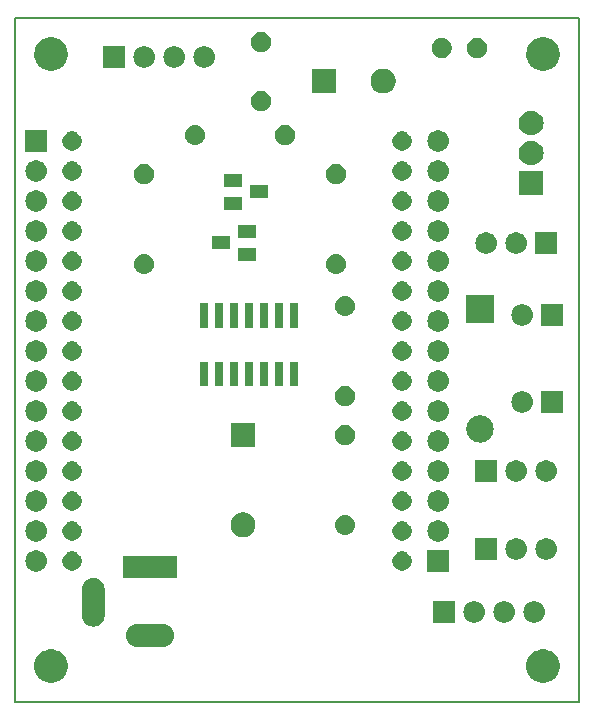
<source format=gbr>
%TF.GenerationSoftware,KiCad,Pcbnew,5.0.2-bee76a0~70~ubuntu18.04.1*%
%TF.CreationDate,2019-12-13T20:17:08+01:00*%
%TF.ProjectId,ESP8266-LolinV3-Lamp,45535038-3236-4362-9d4c-6f6c696e5633,2.0*%
%TF.SameCoordinates,Original*%
%TF.FileFunction,Soldermask,Bot*%
%TF.FilePolarity,Negative*%
%FSLAX46Y46*%
G04 Gerber Fmt 4.6, Leading zero omitted, Abs format (unit mm)*
G04 Created by KiCad (PCBNEW 5.0.2-bee76a0~70~ubuntu18.04.1) date ven 13 dic 2019 20:17:08 CET*
%MOMM*%
%LPD*%
G01*
G04 APERTURE LIST*
%ADD10C,0.150000*%
G04 APERTURE END LIST*
D10*
X187198000Y-48768000D02*
X187198000Y-106680000D01*
X139446000Y-106680000D02*
X187198000Y-106680000D01*
X139446000Y-48768000D02*
X187198000Y-48768000D01*
X139446000Y-106680000D02*
X139446000Y-48768000D01*
G36*
X184468433Y-102266893D02*
X184558657Y-102284839D01*
X184664267Y-102328585D01*
X184813621Y-102390449D01*
X185043089Y-102543774D01*
X185238226Y-102738911D01*
X185391551Y-102968379D01*
X185497161Y-103223344D01*
X185551000Y-103494012D01*
X185551000Y-103769988D01*
X185497161Y-104040656D01*
X185391551Y-104295621D01*
X185238226Y-104525089D01*
X185043089Y-104720226D01*
X184813621Y-104873551D01*
X184664267Y-104935415D01*
X184558657Y-104979161D01*
X184468433Y-104997107D01*
X184287988Y-105033000D01*
X184012012Y-105033000D01*
X183831567Y-104997107D01*
X183741343Y-104979161D01*
X183635733Y-104935415D01*
X183486379Y-104873551D01*
X183256911Y-104720226D01*
X183061774Y-104525089D01*
X182908449Y-104295621D01*
X182802839Y-104040656D01*
X182749000Y-103769988D01*
X182749000Y-103494012D01*
X182802839Y-103223344D01*
X182908449Y-102968379D01*
X183061774Y-102738911D01*
X183256911Y-102543774D01*
X183486379Y-102390449D01*
X183635733Y-102328585D01*
X183741343Y-102284839D01*
X183831567Y-102266893D01*
X184012012Y-102231000D01*
X184287988Y-102231000D01*
X184468433Y-102266893D01*
X184468433Y-102266893D01*
G37*
G36*
X142812433Y-102266893D02*
X142902657Y-102284839D01*
X143008267Y-102328585D01*
X143157621Y-102390449D01*
X143387089Y-102543774D01*
X143582226Y-102738911D01*
X143735551Y-102968379D01*
X143841161Y-103223344D01*
X143895000Y-103494012D01*
X143895000Y-103769988D01*
X143841161Y-104040656D01*
X143735551Y-104295621D01*
X143582226Y-104525089D01*
X143387089Y-104720226D01*
X143157621Y-104873551D01*
X143008267Y-104935415D01*
X142902657Y-104979161D01*
X142812433Y-104997107D01*
X142631988Y-105033000D01*
X142356012Y-105033000D01*
X142175567Y-104997107D01*
X142085343Y-104979161D01*
X141979733Y-104935415D01*
X141830379Y-104873551D01*
X141600911Y-104720226D01*
X141405774Y-104525089D01*
X141252449Y-104295621D01*
X141146839Y-104040656D01*
X141093000Y-103769988D01*
X141093000Y-103494012D01*
X141146839Y-103223344D01*
X141252449Y-102968379D01*
X141405774Y-102738911D01*
X141600911Y-102543774D01*
X141830379Y-102390449D01*
X141979733Y-102328585D01*
X142085343Y-102284839D01*
X142175567Y-102266893D01*
X142356012Y-102231000D01*
X142631988Y-102231000D01*
X142812433Y-102266893D01*
X142812433Y-102266893D01*
G37*
G36*
X152162425Y-100112760D02*
X152162428Y-100112761D01*
X152162429Y-100112761D01*
X152341693Y-100167140D01*
X152341695Y-100167141D01*
X152506905Y-100255448D01*
X152651712Y-100374288D01*
X152770552Y-100519095D01*
X152858859Y-100684305D01*
X152913240Y-100863575D01*
X152931601Y-101050000D01*
X152913240Y-101236425D01*
X152858859Y-101415695D01*
X152770552Y-101580905D01*
X152651712Y-101725712D01*
X152506905Y-101844552D01*
X152506903Y-101844553D01*
X152341693Y-101932860D01*
X152162429Y-101987239D01*
X152162428Y-101987239D01*
X152162425Y-101987240D01*
X152022718Y-102001000D01*
X149729282Y-102001000D01*
X149589575Y-101987240D01*
X149589572Y-101987239D01*
X149589571Y-101987239D01*
X149410307Y-101932860D01*
X149245097Y-101844553D01*
X149245095Y-101844552D01*
X149100288Y-101725712D01*
X148981448Y-101580905D01*
X148893141Y-101415695D01*
X148838760Y-101236425D01*
X148820399Y-101050000D01*
X148838760Y-100863575D01*
X148893141Y-100684305D01*
X148981448Y-100519095D01*
X149100288Y-100374288D01*
X149245095Y-100255448D01*
X149410305Y-100167141D01*
X149410307Y-100167140D01*
X149589571Y-100112761D01*
X149589572Y-100112761D01*
X149589575Y-100112760D01*
X149729282Y-100099000D01*
X152022718Y-100099000D01*
X152162425Y-100112760D01*
X152162425Y-100112760D01*
G37*
G36*
X146262424Y-96212760D02*
X146262427Y-96212761D01*
X146262428Y-96212761D01*
X146441692Y-96267140D01*
X146441694Y-96267141D01*
X146441697Y-96267142D01*
X146606904Y-96355446D01*
X146751712Y-96474288D01*
X146870552Y-96619095D01*
X146958859Y-96784305D01*
X147013240Y-96963575D01*
X147027000Y-97103282D01*
X147027000Y-99396718D01*
X147013240Y-99536425D01*
X147013239Y-99536428D01*
X147013239Y-99536429D01*
X147005182Y-99562991D01*
X146958859Y-99715695D01*
X146870552Y-99880905D01*
X146751712Y-100025712D01*
X146606905Y-100144552D01*
X146606903Y-100144553D01*
X146441693Y-100232860D01*
X146262429Y-100287239D01*
X146262428Y-100287239D01*
X146262425Y-100287240D01*
X146076000Y-100305601D01*
X145889576Y-100287240D01*
X145889573Y-100287239D01*
X145889572Y-100287239D01*
X145710308Y-100232860D01*
X145545098Y-100144553D01*
X145545096Y-100144552D01*
X145400289Y-100025712D01*
X145281449Y-99880905D01*
X145193142Y-99715695D01*
X145146820Y-99562991D01*
X145138762Y-99536429D01*
X145138762Y-99536428D01*
X145138761Y-99536425D01*
X145125001Y-99396718D01*
X145125000Y-97103283D01*
X145138760Y-96963576D01*
X145138761Y-96963572D01*
X145193140Y-96784308D01*
X145193141Y-96784306D01*
X145193142Y-96784303D01*
X145281446Y-96619096D01*
X145400288Y-96474288D01*
X145545095Y-96355448D01*
X145710305Y-96267141D01*
X145710307Y-96267140D01*
X145889571Y-96212761D01*
X145889572Y-96212761D01*
X145889575Y-96212760D01*
X146076000Y-96194399D01*
X146262424Y-96212760D01*
X146262424Y-96212760D01*
G37*
G36*
X180958443Y-98165519D02*
X181024627Y-98172037D01*
X181137853Y-98206384D01*
X181194467Y-98223557D01*
X181333087Y-98297652D01*
X181350991Y-98307222D01*
X181386729Y-98336552D01*
X181488186Y-98419814D01*
X181571448Y-98521271D01*
X181600778Y-98557009D01*
X181600779Y-98557011D01*
X181684443Y-98713533D01*
X181684443Y-98713534D01*
X181735963Y-98883373D01*
X181753359Y-99060000D01*
X181735963Y-99236627D01*
X181701616Y-99349853D01*
X181684443Y-99406467D01*
X181614978Y-99536425D01*
X181600778Y-99562991D01*
X181571448Y-99598729D01*
X181488186Y-99700186D01*
X181386729Y-99783448D01*
X181350991Y-99812778D01*
X181350989Y-99812779D01*
X181194467Y-99896443D01*
X181137853Y-99913616D01*
X181024627Y-99947963D01*
X180958443Y-99954481D01*
X180892260Y-99961000D01*
X180803740Y-99961000D01*
X180737557Y-99954481D01*
X180671373Y-99947963D01*
X180558147Y-99913616D01*
X180501533Y-99896443D01*
X180345011Y-99812779D01*
X180345009Y-99812778D01*
X180309271Y-99783448D01*
X180207814Y-99700186D01*
X180124552Y-99598729D01*
X180095222Y-99562991D01*
X180081022Y-99536425D01*
X180011557Y-99406467D01*
X179994384Y-99349853D01*
X179960037Y-99236627D01*
X179942641Y-99060000D01*
X179960037Y-98883373D01*
X180011557Y-98713534D01*
X180011557Y-98713533D01*
X180095221Y-98557011D01*
X180095222Y-98557009D01*
X180124552Y-98521271D01*
X180207814Y-98419814D01*
X180309271Y-98336552D01*
X180345009Y-98307222D01*
X180362913Y-98297652D01*
X180501533Y-98223557D01*
X180558147Y-98206384D01*
X180671373Y-98172037D01*
X180737557Y-98165519D01*
X180803740Y-98159000D01*
X180892260Y-98159000D01*
X180958443Y-98165519D01*
X180958443Y-98165519D01*
G37*
G36*
X178418443Y-98165519D02*
X178484627Y-98172037D01*
X178597853Y-98206384D01*
X178654467Y-98223557D01*
X178793087Y-98297652D01*
X178810991Y-98307222D01*
X178846729Y-98336552D01*
X178948186Y-98419814D01*
X179031448Y-98521271D01*
X179060778Y-98557009D01*
X179060779Y-98557011D01*
X179144443Y-98713533D01*
X179144443Y-98713534D01*
X179195963Y-98883373D01*
X179213359Y-99060000D01*
X179195963Y-99236627D01*
X179161616Y-99349853D01*
X179144443Y-99406467D01*
X179074978Y-99536425D01*
X179060778Y-99562991D01*
X179031448Y-99598729D01*
X178948186Y-99700186D01*
X178846729Y-99783448D01*
X178810991Y-99812778D01*
X178810989Y-99812779D01*
X178654467Y-99896443D01*
X178597853Y-99913616D01*
X178484627Y-99947963D01*
X178418443Y-99954481D01*
X178352260Y-99961000D01*
X178263740Y-99961000D01*
X178197557Y-99954481D01*
X178131373Y-99947963D01*
X178018147Y-99913616D01*
X177961533Y-99896443D01*
X177805011Y-99812779D01*
X177805009Y-99812778D01*
X177769271Y-99783448D01*
X177667814Y-99700186D01*
X177584552Y-99598729D01*
X177555222Y-99562991D01*
X177541022Y-99536425D01*
X177471557Y-99406467D01*
X177454384Y-99349853D01*
X177420037Y-99236627D01*
X177402641Y-99060000D01*
X177420037Y-98883373D01*
X177471557Y-98713534D01*
X177471557Y-98713533D01*
X177555221Y-98557011D01*
X177555222Y-98557009D01*
X177584552Y-98521271D01*
X177667814Y-98419814D01*
X177769271Y-98336552D01*
X177805009Y-98307222D01*
X177822913Y-98297652D01*
X177961533Y-98223557D01*
X178018147Y-98206384D01*
X178131373Y-98172037D01*
X178197557Y-98165519D01*
X178263740Y-98159000D01*
X178352260Y-98159000D01*
X178418443Y-98165519D01*
X178418443Y-98165519D01*
G37*
G36*
X176669000Y-99961000D02*
X174867000Y-99961000D01*
X174867000Y-98159000D01*
X176669000Y-98159000D01*
X176669000Y-99961000D01*
X176669000Y-99961000D01*
G37*
G36*
X183498443Y-98165519D02*
X183564627Y-98172037D01*
X183677853Y-98206384D01*
X183734467Y-98223557D01*
X183873087Y-98297652D01*
X183890991Y-98307222D01*
X183926729Y-98336552D01*
X184028186Y-98419814D01*
X184111448Y-98521271D01*
X184140778Y-98557009D01*
X184140779Y-98557011D01*
X184224443Y-98713533D01*
X184224443Y-98713534D01*
X184275963Y-98883373D01*
X184293359Y-99060000D01*
X184275963Y-99236627D01*
X184241616Y-99349853D01*
X184224443Y-99406467D01*
X184154978Y-99536425D01*
X184140778Y-99562991D01*
X184111448Y-99598729D01*
X184028186Y-99700186D01*
X183926729Y-99783448D01*
X183890991Y-99812778D01*
X183890989Y-99812779D01*
X183734467Y-99896443D01*
X183677853Y-99913616D01*
X183564627Y-99947963D01*
X183498443Y-99954481D01*
X183432260Y-99961000D01*
X183343740Y-99961000D01*
X183277557Y-99954481D01*
X183211373Y-99947963D01*
X183098147Y-99913616D01*
X183041533Y-99896443D01*
X182885011Y-99812779D01*
X182885009Y-99812778D01*
X182849271Y-99783448D01*
X182747814Y-99700186D01*
X182664552Y-99598729D01*
X182635222Y-99562991D01*
X182621022Y-99536425D01*
X182551557Y-99406467D01*
X182534384Y-99349853D01*
X182500037Y-99236627D01*
X182482641Y-99060000D01*
X182500037Y-98883373D01*
X182551557Y-98713534D01*
X182551557Y-98713533D01*
X182635221Y-98557011D01*
X182635222Y-98557009D01*
X182664552Y-98521271D01*
X182747814Y-98419814D01*
X182849271Y-98336552D01*
X182885009Y-98307222D01*
X182902913Y-98297652D01*
X183041533Y-98223557D01*
X183098147Y-98206384D01*
X183211373Y-98172037D01*
X183277557Y-98165519D01*
X183343740Y-98159000D01*
X183432260Y-98159000D01*
X183498443Y-98165519D01*
X183498443Y-98165519D01*
G37*
G36*
X153127000Y-96201000D02*
X148625000Y-96201000D01*
X148625000Y-94299000D01*
X153127000Y-94299000D01*
X153127000Y-96201000D01*
X153127000Y-96201000D01*
G37*
G36*
X176161000Y-95643000D02*
X174359000Y-95643000D01*
X174359000Y-93841000D01*
X176161000Y-93841000D01*
X176161000Y-95643000D01*
X176161000Y-95643000D01*
G37*
G36*
X141334443Y-93847519D02*
X141400627Y-93854037D01*
X141513853Y-93888384D01*
X141570467Y-93905557D01*
X141672774Y-93960242D01*
X141726991Y-93989222D01*
X141762729Y-94018552D01*
X141864186Y-94101814D01*
X141947448Y-94203271D01*
X141976778Y-94239009D01*
X141976779Y-94239011D01*
X142060443Y-94395533D01*
X142060443Y-94395534D01*
X142111963Y-94565373D01*
X142129359Y-94742000D01*
X142111963Y-94918627D01*
X142077616Y-95031853D01*
X142060443Y-95088467D01*
X141986348Y-95227087D01*
X141976778Y-95244991D01*
X141947448Y-95280729D01*
X141864186Y-95382186D01*
X141766358Y-95462470D01*
X141726991Y-95494778D01*
X141726989Y-95494779D01*
X141570467Y-95578443D01*
X141513853Y-95595616D01*
X141400627Y-95629963D01*
X141334442Y-95636482D01*
X141268260Y-95643000D01*
X141179740Y-95643000D01*
X141113558Y-95636482D01*
X141047373Y-95629963D01*
X140934147Y-95595616D01*
X140877533Y-95578443D01*
X140721011Y-95494779D01*
X140721009Y-95494778D01*
X140681642Y-95462470D01*
X140583814Y-95382186D01*
X140500552Y-95280729D01*
X140471222Y-95244991D01*
X140461652Y-95227087D01*
X140387557Y-95088467D01*
X140370384Y-95031853D01*
X140336037Y-94918627D01*
X140318641Y-94742000D01*
X140336037Y-94565373D01*
X140387557Y-94395534D01*
X140387557Y-94395533D01*
X140471221Y-94239011D01*
X140471222Y-94239009D01*
X140500552Y-94203271D01*
X140583814Y-94101814D01*
X140685271Y-94018552D01*
X140721009Y-93989222D01*
X140775226Y-93960242D01*
X140877533Y-93905557D01*
X140934147Y-93888384D01*
X141047373Y-93854037D01*
X141113557Y-93847519D01*
X141179740Y-93841000D01*
X141268260Y-93841000D01*
X141334443Y-93847519D01*
X141334443Y-93847519D01*
G37*
G36*
X144509142Y-93960242D02*
X144657102Y-94021530D01*
X144724130Y-94066317D01*
X144790257Y-94110501D01*
X144903499Y-94223743D01*
X144947683Y-94289870D01*
X144992470Y-94356898D01*
X145053758Y-94504858D01*
X145085000Y-94661925D01*
X145085000Y-94822075D01*
X145053758Y-94979142D01*
X145008474Y-95088466D01*
X144992471Y-95127100D01*
X144903499Y-95260257D01*
X144790257Y-95373499D01*
X144724130Y-95417683D01*
X144657102Y-95462470D01*
X144509142Y-95523758D01*
X144352075Y-95555000D01*
X144191925Y-95555000D01*
X144034858Y-95523758D01*
X143886898Y-95462470D01*
X143819870Y-95417683D01*
X143753743Y-95373499D01*
X143640501Y-95260257D01*
X143551529Y-95127100D01*
X143535526Y-95088466D01*
X143490242Y-94979142D01*
X143459000Y-94822075D01*
X143459000Y-94661925D01*
X143490242Y-94504858D01*
X143551530Y-94356898D01*
X143596317Y-94289870D01*
X143640501Y-94223743D01*
X143753743Y-94110501D01*
X143819870Y-94066317D01*
X143886898Y-94021530D01*
X144034858Y-93960242D01*
X144191925Y-93929000D01*
X144352075Y-93929000D01*
X144509142Y-93960242D01*
X144509142Y-93960242D01*
G37*
G36*
X172449142Y-93960242D02*
X172597102Y-94021530D01*
X172664130Y-94066317D01*
X172730257Y-94110501D01*
X172843499Y-94223743D01*
X172887683Y-94289870D01*
X172932470Y-94356898D01*
X172993758Y-94504858D01*
X173025000Y-94661925D01*
X173025000Y-94822075D01*
X172993758Y-94979142D01*
X172948474Y-95088466D01*
X172932471Y-95127100D01*
X172843499Y-95260257D01*
X172730257Y-95373499D01*
X172664130Y-95417683D01*
X172597102Y-95462470D01*
X172449142Y-95523758D01*
X172292075Y-95555000D01*
X172131925Y-95555000D01*
X171974858Y-95523758D01*
X171826898Y-95462470D01*
X171759870Y-95417683D01*
X171693743Y-95373499D01*
X171580501Y-95260257D01*
X171491529Y-95127100D01*
X171475526Y-95088466D01*
X171430242Y-94979142D01*
X171399000Y-94822075D01*
X171399000Y-94661925D01*
X171430242Y-94504858D01*
X171491530Y-94356898D01*
X171536317Y-94289870D01*
X171580501Y-94223743D01*
X171693743Y-94110501D01*
X171759870Y-94066317D01*
X171826898Y-94021530D01*
X171974858Y-93960242D01*
X172131925Y-93929000D01*
X172292075Y-93929000D01*
X172449142Y-93960242D01*
X172449142Y-93960242D01*
G37*
G36*
X180225000Y-94627000D02*
X178423000Y-94627000D01*
X178423000Y-92825000D01*
X180225000Y-92825000D01*
X180225000Y-94627000D01*
X180225000Y-94627000D01*
G37*
G36*
X181974442Y-92831518D02*
X182040627Y-92838037D01*
X182153853Y-92872384D01*
X182210467Y-92889557D01*
X182332485Y-92954778D01*
X182366991Y-92973222D01*
X182379829Y-92983758D01*
X182504186Y-93085814D01*
X182587448Y-93187271D01*
X182616778Y-93223009D01*
X182616779Y-93223011D01*
X182700443Y-93379533D01*
X182700443Y-93379534D01*
X182751963Y-93549373D01*
X182769359Y-93726000D01*
X182751963Y-93902627D01*
X182734485Y-93960243D01*
X182700443Y-94072467D01*
X182626348Y-94211087D01*
X182616778Y-94228991D01*
X182587448Y-94264729D01*
X182504186Y-94366186D01*
X182402729Y-94449448D01*
X182366991Y-94478778D01*
X182366989Y-94478779D01*
X182210467Y-94562443D01*
X182153853Y-94579616D01*
X182040627Y-94613963D01*
X181974443Y-94620481D01*
X181908260Y-94627000D01*
X181819740Y-94627000D01*
X181753557Y-94620481D01*
X181687373Y-94613963D01*
X181574147Y-94579616D01*
X181517533Y-94562443D01*
X181361011Y-94478779D01*
X181361009Y-94478778D01*
X181325271Y-94449448D01*
X181223814Y-94366186D01*
X181140552Y-94264729D01*
X181111222Y-94228991D01*
X181101652Y-94211087D01*
X181027557Y-94072467D01*
X180993515Y-93960243D01*
X180976037Y-93902627D01*
X180958641Y-93726000D01*
X180976037Y-93549373D01*
X181027557Y-93379534D01*
X181027557Y-93379533D01*
X181111221Y-93223011D01*
X181111222Y-93223009D01*
X181140552Y-93187271D01*
X181223814Y-93085814D01*
X181348171Y-92983758D01*
X181361009Y-92973222D01*
X181395515Y-92954778D01*
X181517533Y-92889557D01*
X181574147Y-92872384D01*
X181687373Y-92838037D01*
X181753558Y-92831518D01*
X181819740Y-92825000D01*
X181908260Y-92825000D01*
X181974442Y-92831518D01*
X181974442Y-92831518D01*
G37*
G36*
X184514442Y-92831518D02*
X184580627Y-92838037D01*
X184693853Y-92872384D01*
X184750467Y-92889557D01*
X184872485Y-92954778D01*
X184906991Y-92973222D01*
X184919829Y-92983758D01*
X185044186Y-93085814D01*
X185127448Y-93187271D01*
X185156778Y-93223009D01*
X185156779Y-93223011D01*
X185240443Y-93379533D01*
X185240443Y-93379534D01*
X185291963Y-93549373D01*
X185309359Y-93726000D01*
X185291963Y-93902627D01*
X185274485Y-93960243D01*
X185240443Y-94072467D01*
X185166348Y-94211087D01*
X185156778Y-94228991D01*
X185127448Y-94264729D01*
X185044186Y-94366186D01*
X184942729Y-94449448D01*
X184906991Y-94478778D01*
X184906989Y-94478779D01*
X184750467Y-94562443D01*
X184693853Y-94579616D01*
X184580627Y-94613963D01*
X184514443Y-94620481D01*
X184448260Y-94627000D01*
X184359740Y-94627000D01*
X184293557Y-94620481D01*
X184227373Y-94613963D01*
X184114147Y-94579616D01*
X184057533Y-94562443D01*
X183901011Y-94478779D01*
X183901009Y-94478778D01*
X183865271Y-94449448D01*
X183763814Y-94366186D01*
X183680552Y-94264729D01*
X183651222Y-94228991D01*
X183641652Y-94211087D01*
X183567557Y-94072467D01*
X183533515Y-93960243D01*
X183516037Y-93902627D01*
X183498641Y-93726000D01*
X183516037Y-93549373D01*
X183567557Y-93379534D01*
X183567557Y-93379533D01*
X183651221Y-93223011D01*
X183651222Y-93223009D01*
X183680552Y-93187271D01*
X183763814Y-93085814D01*
X183888171Y-92983758D01*
X183901009Y-92973222D01*
X183935515Y-92954778D01*
X184057533Y-92889557D01*
X184114147Y-92872384D01*
X184227373Y-92838037D01*
X184293558Y-92831518D01*
X184359740Y-92825000D01*
X184448260Y-92825000D01*
X184514442Y-92831518D01*
X184514442Y-92831518D01*
G37*
G36*
X141334443Y-91307519D02*
X141400627Y-91314037D01*
X141513853Y-91348384D01*
X141570467Y-91365557D01*
X141672774Y-91420242D01*
X141726991Y-91449222D01*
X141762729Y-91478552D01*
X141864186Y-91561814D01*
X141947448Y-91663271D01*
X141976778Y-91699009D01*
X141976779Y-91699011D01*
X142060443Y-91855533D01*
X142060443Y-91855534D01*
X142111963Y-92025373D01*
X142129359Y-92202000D01*
X142111963Y-92378627D01*
X142079991Y-92484025D01*
X142060443Y-92548467D01*
X142030019Y-92605385D01*
X141976778Y-92704991D01*
X141960357Y-92725000D01*
X141864186Y-92842186D01*
X141766358Y-92922470D01*
X141726991Y-92954778D01*
X141726989Y-92954779D01*
X141570467Y-93038443D01*
X141513853Y-93055616D01*
X141400627Y-93089963D01*
X141334443Y-93096481D01*
X141268260Y-93103000D01*
X141179740Y-93103000D01*
X141113557Y-93096481D01*
X141047373Y-93089963D01*
X140934147Y-93055616D01*
X140877533Y-93038443D01*
X140721011Y-92954779D01*
X140721009Y-92954778D01*
X140681642Y-92922470D01*
X140583814Y-92842186D01*
X140487643Y-92725000D01*
X140471222Y-92704991D01*
X140417981Y-92605385D01*
X140387557Y-92548467D01*
X140368009Y-92484025D01*
X140336037Y-92378627D01*
X140318641Y-92202000D01*
X140336037Y-92025373D01*
X140387557Y-91855534D01*
X140387557Y-91855533D01*
X140471221Y-91699011D01*
X140471222Y-91699009D01*
X140500552Y-91663271D01*
X140583814Y-91561814D01*
X140685271Y-91478552D01*
X140721009Y-91449222D01*
X140775226Y-91420242D01*
X140877533Y-91365557D01*
X140934147Y-91348384D01*
X141047373Y-91314037D01*
X141113557Y-91307519D01*
X141179740Y-91301000D01*
X141268260Y-91301000D01*
X141334443Y-91307519D01*
X141334443Y-91307519D01*
G37*
G36*
X175370443Y-91307519D02*
X175436627Y-91314037D01*
X175549853Y-91348384D01*
X175606467Y-91365557D01*
X175708774Y-91420242D01*
X175762991Y-91449222D01*
X175798729Y-91478552D01*
X175900186Y-91561814D01*
X175983448Y-91663271D01*
X176012778Y-91699009D01*
X176012779Y-91699011D01*
X176096443Y-91855533D01*
X176096443Y-91855534D01*
X176147963Y-92025373D01*
X176165359Y-92202000D01*
X176147963Y-92378627D01*
X176115991Y-92484025D01*
X176096443Y-92548467D01*
X176066019Y-92605385D01*
X176012778Y-92704991D01*
X175996357Y-92725000D01*
X175900186Y-92842186D01*
X175802358Y-92922470D01*
X175762991Y-92954778D01*
X175762989Y-92954779D01*
X175606467Y-93038443D01*
X175549853Y-93055616D01*
X175436627Y-93089963D01*
X175370443Y-93096481D01*
X175304260Y-93103000D01*
X175215740Y-93103000D01*
X175149557Y-93096481D01*
X175083373Y-93089963D01*
X174970147Y-93055616D01*
X174913533Y-93038443D01*
X174757011Y-92954779D01*
X174757009Y-92954778D01*
X174717642Y-92922470D01*
X174619814Y-92842186D01*
X174523643Y-92725000D01*
X174507222Y-92704991D01*
X174453981Y-92605385D01*
X174423557Y-92548467D01*
X174404009Y-92484025D01*
X174372037Y-92378627D01*
X174354641Y-92202000D01*
X174372037Y-92025373D01*
X174423557Y-91855534D01*
X174423557Y-91855533D01*
X174507221Y-91699011D01*
X174507222Y-91699009D01*
X174536552Y-91663271D01*
X174619814Y-91561814D01*
X174721271Y-91478552D01*
X174757009Y-91449222D01*
X174811226Y-91420242D01*
X174913533Y-91365557D01*
X174970147Y-91348384D01*
X175083373Y-91314037D01*
X175149557Y-91307519D01*
X175215740Y-91301000D01*
X175304260Y-91301000D01*
X175370443Y-91307519D01*
X175370443Y-91307519D01*
G37*
G36*
X172449142Y-91420242D02*
X172597102Y-91481530D01*
X172664130Y-91526317D01*
X172730257Y-91570501D01*
X172843499Y-91683743D01*
X172887683Y-91749870D01*
X172932470Y-91816898D01*
X172993758Y-91964858D01*
X173025000Y-92121925D01*
X173025000Y-92282075D01*
X172993758Y-92439142D01*
X172932470Y-92587102D01*
X172887683Y-92654130D01*
X172843499Y-92720257D01*
X172730257Y-92833499D01*
X172664130Y-92877683D01*
X172597102Y-92922470D01*
X172449142Y-92983758D01*
X172292075Y-93015000D01*
X172131925Y-93015000D01*
X171974858Y-92983758D01*
X171826898Y-92922470D01*
X171759870Y-92877683D01*
X171693743Y-92833499D01*
X171580501Y-92720257D01*
X171536317Y-92654130D01*
X171491530Y-92587102D01*
X171430242Y-92439142D01*
X171399000Y-92282075D01*
X171399000Y-92121925D01*
X171430242Y-91964858D01*
X171491530Y-91816898D01*
X171536317Y-91749870D01*
X171580501Y-91683743D01*
X171693743Y-91570501D01*
X171759870Y-91526317D01*
X171826898Y-91481530D01*
X171974858Y-91420242D01*
X172131925Y-91389000D01*
X172292075Y-91389000D01*
X172449142Y-91420242D01*
X172449142Y-91420242D01*
G37*
G36*
X144509142Y-91420242D02*
X144657102Y-91481530D01*
X144724130Y-91526317D01*
X144790257Y-91570501D01*
X144903499Y-91683743D01*
X144947683Y-91749870D01*
X144992470Y-91816898D01*
X145053758Y-91964858D01*
X145085000Y-92121925D01*
X145085000Y-92282075D01*
X145053758Y-92439142D01*
X144992470Y-92587102D01*
X144947683Y-92654130D01*
X144903499Y-92720257D01*
X144790257Y-92833499D01*
X144724130Y-92877683D01*
X144657102Y-92922470D01*
X144509142Y-92983758D01*
X144352075Y-93015000D01*
X144191925Y-93015000D01*
X144034858Y-92983758D01*
X143886898Y-92922470D01*
X143819870Y-92877683D01*
X143753743Y-92833499D01*
X143640501Y-92720257D01*
X143596317Y-92654130D01*
X143551530Y-92587102D01*
X143490242Y-92439142D01*
X143459000Y-92282075D01*
X143459000Y-92121925D01*
X143490242Y-91964858D01*
X143551530Y-91816898D01*
X143596317Y-91749870D01*
X143640501Y-91683743D01*
X143753743Y-91570501D01*
X143819870Y-91526317D01*
X143886898Y-91481530D01*
X144034858Y-91420242D01*
X144191925Y-91389000D01*
X144352075Y-91389000D01*
X144509142Y-91420242D01*
X144509142Y-91420242D01*
G37*
G36*
X159056565Y-90663389D02*
X159247834Y-90742615D01*
X159419976Y-90857637D01*
X159566363Y-91004024D01*
X159681385Y-91176166D01*
X159760611Y-91367435D01*
X159801000Y-91570484D01*
X159801000Y-91777516D01*
X159760611Y-91980565D01*
X159681385Y-92171834D01*
X159566363Y-92343976D01*
X159419976Y-92490363D01*
X159247834Y-92605385D01*
X159056565Y-92684611D01*
X158853516Y-92725000D01*
X158646484Y-92725000D01*
X158443435Y-92684611D01*
X158252166Y-92605385D01*
X158080024Y-92490363D01*
X157933637Y-92343976D01*
X157818615Y-92171834D01*
X157739389Y-91980565D01*
X157699000Y-91777516D01*
X157699000Y-91570484D01*
X157739389Y-91367435D01*
X157818615Y-91176166D01*
X157933637Y-91004024D01*
X158080024Y-90857637D01*
X158252166Y-90742615D01*
X158443435Y-90663389D01*
X158646484Y-90623000D01*
X158853516Y-90623000D01*
X159056565Y-90663389D01*
X159056565Y-90663389D01*
G37*
G36*
X167552821Y-90855313D02*
X167552824Y-90855314D01*
X167552825Y-90855314D01*
X167713239Y-90903975D01*
X167713241Y-90903976D01*
X167713244Y-90903977D01*
X167861078Y-90982995D01*
X167990659Y-91089341D01*
X168097005Y-91218922D01*
X168176023Y-91366756D01*
X168176024Y-91366759D01*
X168176025Y-91366761D01*
X168224686Y-91527175D01*
X168224687Y-91527179D01*
X168241117Y-91694000D01*
X168224687Y-91860821D01*
X168176023Y-92021244D01*
X168097005Y-92169078D01*
X167990659Y-92298659D01*
X167861078Y-92405005D01*
X167713244Y-92484023D01*
X167713241Y-92484024D01*
X167713239Y-92484025D01*
X167552825Y-92532686D01*
X167552824Y-92532686D01*
X167552821Y-92532687D01*
X167427804Y-92545000D01*
X167344196Y-92545000D01*
X167219179Y-92532687D01*
X167219176Y-92532686D01*
X167219175Y-92532686D01*
X167058761Y-92484025D01*
X167058759Y-92484024D01*
X167058756Y-92484023D01*
X166910922Y-92405005D01*
X166781341Y-92298659D01*
X166674995Y-92169078D01*
X166595977Y-92021244D01*
X166547313Y-91860821D01*
X166530883Y-91694000D01*
X166547313Y-91527179D01*
X166547314Y-91527175D01*
X166595975Y-91366761D01*
X166595976Y-91366759D01*
X166595977Y-91366756D01*
X166674995Y-91218922D01*
X166781341Y-91089341D01*
X166910922Y-90982995D01*
X167058756Y-90903977D01*
X167058759Y-90903976D01*
X167058761Y-90903975D01*
X167219175Y-90855314D01*
X167219176Y-90855314D01*
X167219179Y-90855313D01*
X167344196Y-90843000D01*
X167427804Y-90843000D01*
X167552821Y-90855313D01*
X167552821Y-90855313D01*
G37*
G36*
X141334442Y-88767518D02*
X141400627Y-88774037D01*
X141513853Y-88808384D01*
X141570467Y-88825557D01*
X141672774Y-88880242D01*
X141726991Y-88909222D01*
X141762729Y-88938552D01*
X141864186Y-89021814D01*
X141947448Y-89123271D01*
X141976778Y-89159009D01*
X141976779Y-89159011D01*
X142060443Y-89315533D01*
X142060443Y-89315534D01*
X142111963Y-89485373D01*
X142129359Y-89662000D01*
X142111963Y-89838627D01*
X142077616Y-89951853D01*
X142060443Y-90008467D01*
X141986348Y-90147087D01*
X141976778Y-90164991D01*
X141947448Y-90200729D01*
X141864186Y-90302186D01*
X141766358Y-90382470D01*
X141726991Y-90414778D01*
X141726989Y-90414779D01*
X141570467Y-90498443D01*
X141513853Y-90515616D01*
X141400627Y-90549963D01*
X141334442Y-90556482D01*
X141268260Y-90563000D01*
X141179740Y-90563000D01*
X141113558Y-90556482D01*
X141047373Y-90549963D01*
X140934147Y-90515616D01*
X140877533Y-90498443D01*
X140721011Y-90414779D01*
X140721009Y-90414778D01*
X140681642Y-90382470D01*
X140583814Y-90302186D01*
X140500552Y-90200729D01*
X140471222Y-90164991D01*
X140461652Y-90147087D01*
X140387557Y-90008467D01*
X140370384Y-89951853D01*
X140336037Y-89838627D01*
X140318641Y-89662000D01*
X140336037Y-89485373D01*
X140387557Y-89315534D01*
X140387557Y-89315533D01*
X140471221Y-89159011D01*
X140471222Y-89159009D01*
X140500552Y-89123271D01*
X140583814Y-89021814D01*
X140685271Y-88938552D01*
X140721009Y-88909222D01*
X140775226Y-88880242D01*
X140877533Y-88825557D01*
X140934147Y-88808384D01*
X141047373Y-88774037D01*
X141113558Y-88767518D01*
X141179740Y-88761000D01*
X141268260Y-88761000D01*
X141334442Y-88767518D01*
X141334442Y-88767518D01*
G37*
G36*
X175370442Y-88767518D02*
X175436627Y-88774037D01*
X175549853Y-88808384D01*
X175606467Y-88825557D01*
X175708774Y-88880242D01*
X175762991Y-88909222D01*
X175798729Y-88938552D01*
X175900186Y-89021814D01*
X175983448Y-89123271D01*
X176012778Y-89159009D01*
X176012779Y-89159011D01*
X176096443Y-89315533D01*
X176096443Y-89315534D01*
X176147963Y-89485373D01*
X176165359Y-89662000D01*
X176147963Y-89838627D01*
X176113616Y-89951853D01*
X176096443Y-90008467D01*
X176022348Y-90147087D01*
X176012778Y-90164991D01*
X175983448Y-90200729D01*
X175900186Y-90302186D01*
X175802358Y-90382470D01*
X175762991Y-90414778D01*
X175762989Y-90414779D01*
X175606467Y-90498443D01*
X175549853Y-90515616D01*
X175436627Y-90549963D01*
X175370442Y-90556482D01*
X175304260Y-90563000D01*
X175215740Y-90563000D01*
X175149558Y-90556482D01*
X175083373Y-90549963D01*
X174970147Y-90515616D01*
X174913533Y-90498443D01*
X174757011Y-90414779D01*
X174757009Y-90414778D01*
X174717642Y-90382470D01*
X174619814Y-90302186D01*
X174536552Y-90200729D01*
X174507222Y-90164991D01*
X174497652Y-90147087D01*
X174423557Y-90008467D01*
X174406384Y-89951853D01*
X174372037Y-89838627D01*
X174354641Y-89662000D01*
X174372037Y-89485373D01*
X174423557Y-89315534D01*
X174423557Y-89315533D01*
X174507221Y-89159011D01*
X174507222Y-89159009D01*
X174536552Y-89123271D01*
X174619814Y-89021814D01*
X174721271Y-88938552D01*
X174757009Y-88909222D01*
X174811226Y-88880242D01*
X174913533Y-88825557D01*
X174970147Y-88808384D01*
X175083373Y-88774037D01*
X175149558Y-88767518D01*
X175215740Y-88761000D01*
X175304260Y-88761000D01*
X175370442Y-88767518D01*
X175370442Y-88767518D01*
G37*
G36*
X172449142Y-88880242D02*
X172597102Y-88941530D01*
X172664130Y-88986317D01*
X172730257Y-89030501D01*
X172843499Y-89143743D01*
X172887683Y-89209870D01*
X172932470Y-89276898D01*
X172993758Y-89424858D01*
X173025000Y-89581925D01*
X173025000Y-89742075D01*
X172993758Y-89899142D01*
X172948474Y-90008466D01*
X172932471Y-90047100D01*
X172843499Y-90180257D01*
X172730257Y-90293499D01*
X172664130Y-90337683D01*
X172597102Y-90382470D01*
X172449142Y-90443758D01*
X172292075Y-90475000D01*
X172131925Y-90475000D01*
X171974858Y-90443758D01*
X171826898Y-90382470D01*
X171759870Y-90337683D01*
X171693743Y-90293499D01*
X171580501Y-90180257D01*
X171491529Y-90047100D01*
X171475526Y-90008466D01*
X171430242Y-89899142D01*
X171399000Y-89742075D01*
X171399000Y-89581925D01*
X171430242Y-89424858D01*
X171491530Y-89276898D01*
X171536317Y-89209870D01*
X171580501Y-89143743D01*
X171693743Y-89030501D01*
X171759870Y-88986317D01*
X171826898Y-88941530D01*
X171974858Y-88880242D01*
X172131925Y-88849000D01*
X172292075Y-88849000D01*
X172449142Y-88880242D01*
X172449142Y-88880242D01*
G37*
G36*
X144509142Y-88880242D02*
X144657102Y-88941530D01*
X144724130Y-88986317D01*
X144790257Y-89030501D01*
X144903499Y-89143743D01*
X144947683Y-89209870D01*
X144992470Y-89276898D01*
X145053758Y-89424858D01*
X145085000Y-89581925D01*
X145085000Y-89742075D01*
X145053758Y-89899142D01*
X145008474Y-90008466D01*
X144992471Y-90047100D01*
X144903499Y-90180257D01*
X144790257Y-90293499D01*
X144724130Y-90337683D01*
X144657102Y-90382470D01*
X144509142Y-90443758D01*
X144352075Y-90475000D01*
X144191925Y-90475000D01*
X144034858Y-90443758D01*
X143886898Y-90382470D01*
X143819870Y-90337683D01*
X143753743Y-90293499D01*
X143640501Y-90180257D01*
X143551529Y-90047100D01*
X143535526Y-90008466D01*
X143490242Y-89899142D01*
X143459000Y-89742075D01*
X143459000Y-89581925D01*
X143490242Y-89424858D01*
X143551530Y-89276898D01*
X143596317Y-89209870D01*
X143640501Y-89143743D01*
X143753743Y-89030501D01*
X143819870Y-88986317D01*
X143886898Y-88941530D01*
X144034858Y-88880242D01*
X144191925Y-88849000D01*
X144352075Y-88849000D01*
X144509142Y-88880242D01*
X144509142Y-88880242D01*
G37*
G36*
X180225000Y-88023000D02*
X178423000Y-88023000D01*
X178423000Y-86221000D01*
X180225000Y-86221000D01*
X180225000Y-88023000D01*
X180225000Y-88023000D01*
G37*
G36*
X175370443Y-86227519D02*
X175436627Y-86234037D01*
X175549853Y-86268384D01*
X175606467Y-86285557D01*
X175708774Y-86340242D01*
X175762991Y-86369222D01*
X175798729Y-86398552D01*
X175900186Y-86481814D01*
X175983448Y-86583271D01*
X176012778Y-86619009D01*
X176012779Y-86619011D01*
X176096443Y-86775533D01*
X176096443Y-86775534D01*
X176147963Y-86945373D01*
X176165359Y-87122000D01*
X176147963Y-87298627D01*
X176113616Y-87411853D01*
X176096443Y-87468467D01*
X176022348Y-87607087D01*
X176012778Y-87624991D01*
X175983448Y-87660729D01*
X175900186Y-87762186D01*
X175802358Y-87842470D01*
X175762991Y-87874778D01*
X175762989Y-87874779D01*
X175606467Y-87958443D01*
X175549853Y-87975616D01*
X175436627Y-88009963D01*
X175370443Y-88016481D01*
X175304260Y-88023000D01*
X175215740Y-88023000D01*
X175149557Y-88016481D01*
X175083373Y-88009963D01*
X174970147Y-87975616D01*
X174913533Y-87958443D01*
X174757011Y-87874779D01*
X174757009Y-87874778D01*
X174717642Y-87842470D01*
X174619814Y-87762186D01*
X174536552Y-87660729D01*
X174507222Y-87624991D01*
X174497652Y-87607087D01*
X174423557Y-87468467D01*
X174406384Y-87411853D01*
X174372037Y-87298627D01*
X174354641Y-87122000D01*
X174372037Y-86945373D01*
X174423557Y-86775534D01*
X174423557Y-86775533D01*
X174507221Y-86619011D01*
X174507222Y-86619009D01*
X174536552Y-86583271D01*
X174619814Y-86481814D01*
X174721271Y-86398552D01*
X174757009Y-86369222D01*
X174811226Y-86340242D01*
X174913533Y-86285557D01*
X174970147Y-86268384D01*
X175083373Y-86234037D01*
X175149557Y-86227519D01*
X175215740Y-86221000D01*
X175304260Y-86221000D01*
X175370443Y-86227519D01*
X175370443Y-86227519D01*
G37*
G36*
X141334443Y-86227519D02*
X141400627Y-86234037D01*
X141513853Y-86268384D01*
X141570467Y-86285557D01*
X141672774Y-86340242D01*
X141726991Y-86369222D01*
X141762729Y-86398552D01*
X141864186Y-86481814D01*
X141947448Y-86583271D01*
X141976778Y-86619009D01*
X141976779Y-86619011D01*
X142060443Y-86775533D01*
X142060443Y-86775534D01*
X142111963Y-86945373D01*
X142129359Y-87122000D01*
X142111963Y-87298627D01*
X142077616Y-87411853D01*
X142060443Y-87468467D01*
X141986348Y-87607087D01*
X141976778Y-87624991D01*
X141947448Y-87660729D01*
X141864186Y-87762186D01*
X141766358Y-87842470D01*
X141726991Y-87874778D01*
X141726989Y-87874779D01*
X141570467Y-87958443D01*
X141513853Y-87975616D01*
X141400627Y-88009963D01*
X141334443Y-88016481D01*
X141268260Y-88023000D01*
X141179740Y-88023000D01*
X141113557Y-88016481D01*
X141047373Y-88009963D01*
X140934147Y-87975616D01*
X140877533Y-87958443D01*
X140721011Y-87874779D01*
X140721009Y-87874778D01*
X140681642Y-87842470D01*
X140583814Y-87762186D01*
X140500552Y-87660729D01*
X140471222Y-87624991D01*
X140461652Y-87607087D01*
X140387557Y-87468467D01*
X140370384Y-87411853D01*
X140336037Y-87298627D01*
X140318641Y-87122000D01*
X140336037Y-86945373D01*
X140387557Y-86775534D01*
X140387557Y-86775533D01*
X140471221Y-86619011D01*
X140471222Y-86619009D01*
X140500552Y-86583271D01*
X140583814Y-86481814D01*
X140685271Y-86398552D01*
X140721009Y-86369222D01*
X140775226Y-86340242D01*
X140877533Y-86285557D01*
X140934147Y-86268384D01*
X141047373Y-86234037D01*
X141113557Y-86227519D01*
X141179740Y-86221000D01*
X141268260Y-86221000D01*
X141334443Y-86227519D01*
X141334443Y-86227519D01*
G37*
G36*
X181974443Y-86227519D02*
X182040627Y-86234037D01*
X182153853Y-86268384D01*
X182210467Y-86285557D01*
X182312774Y-86340242D01*
X182366991Y-86369222D01*
X182402729Y-86398552D01*
X182504186Y-86481814D01*
X182587448Y-86583271D01*
X182616778Y-86619009D01*
X182616779Y-86619011D01*
X182700443Y-86775533D01*
X182700443Y-86775534D01*
X182751963Y-86945373D01*
X182769359Y-87122000D01*
X182751963Y-87298627D01*
X182717616Y-87411853D01*
X182700443Y-87468467D01*
X182626348Y-87607087D01*
X182616778Y-87624991D01*
X182587448Y-87660729D01*
X182504186Y-87762186D01*
X182406358Y-87842470D01*
X182366991Y-87874778D01*
X182366989Y-87874779D01*
X182210467Y-87958443D01*
X182153853Y-87975616D01*
X182040627Y-88009963D01*
X181974443Y-88016481D01*
X181908260Y-88023000D01*
X181819740Y-88023000D01*
X181753557Y-88016481D01*
X181687373Y-88009963D01*
X181574147Y-87975616D01*
X181517533Y-87958443D01*
X181361011Y-87874779D01*
X181361009Y-87874778D01*
X181321642Y-87842470D01*
X181223814Y-87762186D01*
X181140552Y-87660729D01*
X181111222Y-87624991D01*
X181101652Y-87607087D01*
X181027557Y-87468467D01*
X181010384Y-87411853D01*
X180976037Y-87298627D01*
X180958641Y-87122000D01*
X180976037Y-86945373D01*
X181027557Y-86775534D01*
X181027557Y-86775533D01*
X181111221Y-86619011D01*
X181111222Y-86619009D01*
X181140552Y-86583271D01*
X181223814Y-86481814D01*
X181325271Y-86398552D01*
X181361009Y-86369222D01*
X181415226Y-86340242D01*
X181517533Y-86285557D01*
X181574147Y-86268384D01*
X181687373Y-86234037D01*
X181753557Y-86227519D01*
X181819740Y-86221000D01*
X181908260Y-86221000D01*
X181974443Y-86227519D01*
X181974443Y-86227519D01*
G37*
G36*
X184514443Y-86227519D02*
X184580627Y-86234037D01*
X184693853Y-86268384D01*
X184750467Y-86285557D01*
X184852774Y-86340242D01*
X184906991Y-86369222D01*
X184942729Y-86398552D01*
X185044186Y-86481814D01*
X185127448Y-86583271D01*
X185156778Y-86619009D01*
X185156779Y-86619011D01*
X185240443Y-86775533D01*
X185240443Y-86775534D01*
X185291963Y-86945373D01*
X185309359Y-87122000D01*
X185291963Y-87298627D01*
X185257616Y-87411853D01*
X185240443Y-87468467D01*
X185166348Y-87607087D01*
X185156778Y-87624991D01*
X185127448Y-87660729D01*
X185044186Y-87762186D01*
X184946358Y-87842470D01*
X184906991Y-87874778D01*
X184906989Y-87874779D01*
X184750467Y-87958443D01*
X184693853Y-87975616D01*
X184580627Y-88009963D01*
X184514443Y-88016481D01*
X184448260Y-88023000D01*
X184359740Y-88023000D01*
X184293557Y-88016481D01*
X184227373Y-88009963D01*
X184114147Y-87975616D01*
X184057533Y-87958443D01*
X183901011Y-87874779D01*
X183901009Y-87874778D01*
X183861642Y-87842470D01*
X183763814Y-87762186D01*
X183680552Y-87660729D01*
X183651222Y-87624991D01*
X183641652Y-87607087D01*
X183567557Y-87468467D01*
X183550384Y-87411853D01*
X183516037Y-87298627D01*
X183498641Y-87122000D01*
X183516037Y-86945373D01*
X183567557Y-86775534D01*
X183567557Y-86775533D01*
X183651221Y-86619011D01*
X183651222Y-86619009D01*
X183680552Y-86583271D01*
X183763814Y-86481814D01*
X183865271Y-86398552D01*
X183901009Y-86369222D01*
X183955226Y-86340242D01*
X184057533Y-86285557D01*
X184114147Y-86268384D01*
X184227373Y-86234037D01*
X184293557Y-86227519D01*
X184359740Y-86221000D01*
X184448260Y-86221000D01*
X184514443Y-86227519D01*
X184514443Y-86227519D01*
G37*
G36*
X172449142Y-86340242D02*
X172597102Y-86401530D01*
X172664130Y-86446317D01*
X172730257Y-86490501D01*
X172843499Y-86603743D01*
X172887683Y-86669870D01*
X172932470Y-86736898D01*
X172993758Y-86884858D01*
X173025000Y-87041925D01*
X173025000Y-87202075D01*
X172993758Y-87359142D01*
X172948474Y-87468466D01*
X172932471Y-87507100D01*
X172843499Y-87640257D01*
X172730257Y-87753499D01*
X172664130Y-87797683D01*
X172597102Y-87842470D01*
X172449142Y-87903758D01*
X172292075Y-87935000D01*
X172131925Y-87935000D01*
X171974858Y-87903758D01*
X171826898Y-87842470D01*
X171759870Y-87797683D01*
X171693743Y-87753499D01*
X171580501Y-87640257D01*
X171491529Y-87507100D01*
X171475526Y-87468466D01*
X171430242Y-87359142D01*
X171399000Y-87202075D01*
X171399000Y-87041925D01*
X171430242Y-86884858D01*
X171491530Y-86736898D01*
X171536317Y-86669870D01*
X171580501Y-86603743D01*
X171693743Y-86490501D01*
X171759870Y-86446317D01*
X171826898Y-86401530D01*
X171974858Y-86340242D01*
X172131925Y-86309000D01*
X172292075Y-86309000D01*
X172449142Y-86340242D01*
X172449142Y-86340242D01*
G37*
G36*
X144509142Y-86340242D02*
X144657102Y-86401530D01*
X144724130Y-86446317D01*
X144790257Y-86490501D01*
X144903499Y-86603743D01*
X144947683Y-86669870D01*
X144992470Y-86736898D01*
X145053758Y-86884858D01*
X145085000Y-87041925D01*
X145085000Y-87202075D01*
X145053758Y-87359142D01*
X145008474Y-87468466D01*
X144992471Y-87507100D01*
X144903499Y-87640257D01*
X144790257Y-87753499D01*
X144724130Y-87797683D01*
X144657102Y-87842470D01*
X144509142Y-87903758D01*
X144352075Y-87935000D01*
X144191925Y-87935000D01*
X144034858Y-87903758D01*
X143886898Y-87842470D01*
X143819870Y-87797683D01*
X143753743Y-87753499D01*
X143640501Y-87640257D01*
X143551529Y-87507100D01*
X143535526Y-87468466D01*
X143490242Y-87359142D01*
X143459000Y-87202075D01*
X143459000Y-87041925D01*
X143490242Y-86884858D01*
X143551530Y-86736898D01*
X143596317Y-86669870D01*
X143640501Y-86603743D01*
X143753743Y-86490501D01*
X143819870Y-86446317D01*
X143886898Y-86401530D01*
X144034858Y-86340242D01*
X144191925Y-86309000D01*
X144352075Y-86309000D01*
X144509142Y-86340242D01*
X144509142Y-86340242D01*
G37*
G36*
X141334443Y-83687519D02*
X141400627Y-83694037D01*
X141513853Y-83728384D01*
X141570467Y-83745557D01*
X141672774Y-83800242D01*
X141726991Y-83829222D01*
X141762729Y-83858552D01*
X141864186Y-83941814D01*
X141918999Y-84008605D01*
X141976778Y-84079009D01*
X141976779Y-84079011D01*
X142060443Y-84235533D01*
X142060443Y-84235534D01*
X142111963Y-84405373D01*
X142129359Y-84582000D01*
X142111963Y-84758627D01*
X142090874Y-84828147D01*
X142060443Y-84928467D01*
X141986348Y-85067087D01*
X141976778Y-85084991D01*
X141947448Y-85120729D01*
X141864186Y-85222186D01*
X141766358Y-85302470D01*
X141726991Y-85334778D01*
X141726989Y-85334779D01*
X141570467Y-85418443D01*
X141513853Y-85435616D01*
X141400627Y-85469963D01*
X141334442Y-85476482D01*
X141268260Y-85483000D01*
X141179740Y-85483000D01*
X141113558Y-85476482D01*
X141047373Y-85469963D01*
X140934147Y-85435616D01*
X140877533Y-85418443D01*
X140721011Y-85334779D01*
X140721009Y-85334778D01*
X140681642Y-85302470D01*
X140583814Y-85222186D01*
X140500552Y-85120729D01*
X140471222Y-85084991D01*
X140461652Y-85067087D01*
X140387557Y-84928467D01*
X140357126Y-84828147D01*
X140336037Y-84758627D01*
X140318641Y-84582000D01*
X140336037Y-84405373D01*
X140387557Y-84235534D01*
X140387557Y-84235533D01*
X140471221Y-84079011D01*
X140471222Y-84079009D01*
X140529001Y-84008605D01*
X140583814Y-83941814D01*
X140685271Y-83858552D01*
X140721009Y-83829222D01*
X140775226Y-83800242D01*
X140877533Y-83745557D01*
X140934147Y-83728384D01*
X141047373Y-83694037D01*
X141113557Y-83687519D01*
X141179740Y-83681000D01*
X141268260Y-83681000D01*
X141334443Y-83687519D01*
X141334443Y-83687519D01*
G37*
G36*
X175370443Y-83687519D02*
X175436627Y-83694037D01*
X175549853Y-83728384D01*
X175606467Y-83745557D01*
X175708774Y-83800242D01*
X175762991Y-83829222D01*
X175798729Y-83858552D01*
X175900186Y-83941814D01*
X175954999Y-84008605D01*
X176012778Y-84079009D01*
X176012779Y-84079011D01*
X176096443Y-84235533D01*
X176096443Y-84235534D01*
X176147963Y-84405373D01*
X176165359Y-84582000D01*
X176147963Y-84758627D01*
X176126874Y-84828147D01*
X176096443Y-84928467D01*
X176022348Y-85067087D01*
X176012778Y-85084991D01*
X175983448Y-85120729D01*
X175900186Y-85222186D01*
X175802358Y-85302470D01*
X175762991Y-85334778D01*
X175762989Y-85334779D01*
X175606467Y-85418443D01*
X175549853Y-85435616D01*
X175436627Y-85469963D01*
X175370442Y-85476482D01*
X175304260Y-85483000D01*
X175215740Y-85483000D01*
X175149558Y-85476482D01*
X175083373Y-85469963D01*
X174970147Y-85435616D01*
X174913533Y-85418443D01*
X174757011Y-85334779D01*
X174757009Y-85334778D01*
X174717642Y-85302470D01*
X174619814Y-85222186D01*
X174536552Y-85120729D01*
X174507222Y-85084991D01*
X174497652Y-85067087D01*
X174423557Y-84928467D01*
X174393126Y-84828147D01*
X174372037Y-84758627D01*
X174354641Y-84582000D01*
X174372037Y-84405373D01*
X174423557Y-84235534D01*
X174423557Y-84235533D01*
X174507221Y-84079011D01*
X174507222Y-84079009D01*
X174565001Y-84008605D01*
X174619814Y-83941814D01*
X174721271Y-83858552D01*
X174757009Y-83829222D01*
X174811226Y-83800242D01*
X174913533Y-83745557D01*
X174970147Y-83728384D01*
X175083373Y-83694037D01*
X175149557Y-83687519D01*
X175215740Y-83681000D01*
X175304260Y-83681000D01*
X175370443Y-83687519D01*
X175370443Y-83687519D01*
G37*
G36*
X172449142Y-83800242D02*
X172597102Y-83861530D01*
X172664130Y-83906317D01*
X172730257Y-83950501D01*
X172843499Y-84063743D01*
X172887683Y-84129870D01*
X172932470Y-84196898D01*
X172993758Y-84344858D01*
X173025000Y-84501925D01*
X173025000Y-84662075D01*
X172993758Y-84819142D01*
X172963456Y-84892296D01*
X172932471Y-84967100D01*
X172843499Y-85100257D01*
X172730257Y-85213499D01*
X172664130Y-85257683D01*
X172597102Y-85302470D01*
X172449142Y-85363758D01*
X172292075Y-85395000D01*
X172131925Y-85395000D01*
X171974858Y-85363758D01*
X171826898Y-85302470D01*
X171759870Y-85257683D01*
X171693743Y-85213499D01*
X171580501Y-85100257D01*
X171491529Y-84967100D01*
X171460544Y-84892296D01*
X171430242Y-84819142D01*
X171399000Y-84662075D01*
X171399000Y-84501925D01*
X171430242Y-84344858D01*
X171491530Y-84196898D01*
X171536317Y-84129870D01*
X171580501Y-84063743D01*
X171693743Y-83950501D01*
X171759870Y-83906317D01*
X171826898Y-83861530D01*
X171974858Y-83800242D01*
X172131925Y-83769000D01*
X172292075Y-83769000D01*
X172449142Y-83800242D01*
X172449142Y-83800242D01*
G37*
G36*
X144509142Y-83800242D02*
X144657102Y-83861530D01*
X144724130Y-83906317D01*
X144790257Y-83950501D01*
X144903499Y-84063743D01*
X144947683Y-84129870D01*
X144992470Y-84196898D01*
X145053758Y-84344858D01*
X145085000Y-84501925D01*
X145085000Y-84662075D01*
X145053758Y-84819142D01*
X145023456Y-84892296D01*
X144992471Y-84967100D01*
X144903499Y-85100257D01*
X144790257Y-85213499D01*
X144724130Y-85257683D01*
X144657102Y-85302470D01*
X144509142Y-85363758D01*
X144352075Y-85395000D01*
X144191925Y-85395000D01*
X144034858Y-85363758D01*
X143886898Y-85302470D01*
X143819870Y-85257683D01*
X143753743Y-85213499D01*
X143640501Y-85100257D01*
X143551529Y-84967100D01*
X143520544Y-84892296D01*
X143490242Y-84819142D01*
X143459000Y-84662075D01*
X143459000Y-84501925D01*
X143490242Y-84344858D01*
X143551530Y-84196898D01*
X143596317Y-84129870D01*
X143640501Y-84063743D01*
X143753743Y-83950501D01*
X143819870Y-83906317D01*
X143886898Y-83861530D01*
X144034858Y-83800242D01*
X144191925Y-83769000D01*
X144352075Y-83769000D01*
X144509142Y-83800242D01*
X144509142Y-83800242D01*
G37*
G36*
X159801000Y-85125000D02*
X157699000Y-85125000D01*
X157699000Y-83023000D01*
X159801000Y-83023000D01*
X159801000Y-85125000D01*
X159801000Y-85125000D01*
G37*
G36*
X167634228Y-83255703D02*
X167789100Y-83319853D01*
X167928481Y-83412985D01*
X168047015Y-83531519D01*
X168140147Y-83670900D01*
X168204297Y-83825772D01*
X168237000Y-83990184D01*
X168237000Y-84157816D01*
X168204297Y-84322228D01*
X168140147Y-84477100D01*
X168047015Y-84616481D01*
X167928481Y-84735015D01*
X167789100Y-84828147D01*
X167634228Y-84892297D01*
X167469816Y-84925000D01*
X167302184Y-84925000D01*
X167137772Y-84892297D01*
X166982900Y-84828147D01*
X166843519Y-84735015D01*
X166724985Y-84616481D01*
X166631853Y-84477100D01*
X166567703Y-84322228D01*
X166535000Y-84157816D01*
X166535000Y-83990184D01*
X166567703Y-83825772D01*
X166631853Y-83670900D01*
X166724985Y-83531519D01*
X166843519Y-83412985D01*
X166982900Y-83319853D01*
X167137772Y-83255703D01*
X167302184Y-83223000D01*
X167469816Y-83223000D01*
X167634228Y-83255703D01*
X167634228Y-83255703D01*
G37*
G36*
X178940180Y-82421662D02*
X179041635Y-82431654D01*
X179258600Y-82497470D01*
X179258602Y-82497471D01*
X179258605Y-82497472D01*
X179458556Y-82604347D01*
X179633818Y-82748182D01*
X179777653Y-82923444D01*
X179884528Y-83123395D01*
X179884529Y-83123398D01*
X179884530Y-83123400D01*
X179950346Y-83340365D01*
X179972569Y-83566000D01*
X179950346Y-83791635D01*
X179890116Y-83990184D01*
X179884528Y-84008605D01*
X179777653Y-84208556D01*
X179633818Y-84383818D01*
X179458556Y-84527653D01*
X179258605Y-84634528D01*
X179258602Y-84634529D01*
X179258600Y-84634530D01*
X179041635Y-84700346D01*
X178940180Y-84710338D01*
X178872545Y-84717000D01*
X178759455Y-84717000D01*
X178691820Y-84710338D01*
X178590365Y-84700346D01*
X178373400Y-84634530D01*
X178373398Y-84634529D01*
X178373395Y-84634528D01*
X178173444Y-84527653D01*
X177998182Y-84383818D01*
X177854347Y-84208556D01*
X177747472Y-84008605D01*
X177741884Y-83990184D01*
X177681654Y-83791635D01*
X177659431Y-83566000D01*
X177681654Y-83340365D01*
X177747470Y-83123400D01*
X177747471Y-83123398D01*
X177747472Y-83123395D01*
X177854347Y-82923444D01*
X177998182Y-82748182D01*
X178173444Y-82604347D01*
X178373395Y-82497472D01*
X178373398Y-82497471D01*
X178373400Y-82497470D01*
X178590365Y-82431654D01*
X178691820Y-82421662D01*
X178759455Y-82415000D01*
X178872545Y-82415000D01*
X178940180Y-82421662D01*
X178940180Y-82421662D01*
G37*
G36*
X175370443Y-81147519D02*
X175436627Y-81154037D01*
X175549853Y-81188384D01*
X175606467Y-81205557D01*
X175708774Y-81260242D01*
X175762991Y-81289222D01*
X175793769Y-81314481D01*
X175900186Y-81401814D01*
X175983448Y-81503271D01*
X176012778Y-81539009D01*
X176012779Y-81539011D01*
X176096443Y-81695533D01*
X176096443Y-81695534D01*
X176147963Y-81865373D01*
X176165359Y-82042000D01*
X176147963Y-82218627D01*
X176113616Y-82331853D01*
X176096443Y-82388467D01*
X176038179Y-82497470D01*
X176012778Y-82544991D01*
X175983448Y-82580729D01*
X175900186Y-82682186D01*
X175819768Y-82748182D01*
X175762991Y-82794778D01*
X175762989Y-82794779D01*
X175606467Y-82878443D01*
X175549853Y-82895616D01*
X175436627Y-82929963D01*
X175370443Y-82936481D01*
X175304260Y-82943000D01*
X175215740Y-82943000D01*
X175149557Y-82936481D01*
X175083373Y-82929963D01*
X174970147Y-82895616D01*
X174913533Y-82878443D01*
X174757011Y-82794779D01*
X174757009Y-82794778D01*
X174700232Y-82748182D01*
X174619814Y-82682186D01*
X174536552Y-82580729D01*
X174507222Y-82544991D01*
X174481821Y-82497470D01*
X174423557Y-82388467D01*
X174406384Y-82331853D01*
X174372037Y-82218627D01*
X174354641Y-82042000D01*
X174372037Y-81865373D01*
X174423557Y-81695534D01*
X174423557Y-81695533D01*
X174507221Y-81539011D01*
X174507222Y-81539009D01*
X174536552Y-81503271D01*
X174619814Y-81401814D01*
X174726231Y-81314481D01*
X174757009Y-81289222D01*
X174811226Y-81260242D01*
X174913533Y-81205557D01*
X174970147Y-81188384D01*
X175083373Y-81154037D01*
X175149557Y-81147519D01*
X175215740Y-81141000D01*
X175304260Y-81141000D01*
X175370443Y-81147519D01*
X175370443Y-81147519D01*
G37*
G36*
X141334443Y-81147519D02*
X141400627Y-81154037D01*
X141513853Y-81188384D01*
X141570467Y-81205557D01*
X141672774Y-81260242D01*
X141726991Y-81289222D01*
X141757769Y-81314481D01*
X141864186Y-81401814D01*
X141947448Y-81503271D01*
X141976778Y-81539009D01*
X141976779Y-81539011D01*
X142060443Y-81695533D01*
X142060443Y-81695534D01*
X142111963Y-81865373D01*
X142129359Y-82042000D01*
X142111963Y-82218627D01*
X142077616Y-82331853D01*
X142060443Y-82388467D01*
X142002179Y-82497470D01*
X141976778Y-82544991D01*
X141947448Y-82580729D01*
X141864186Y-82682186D01*
X141783768Y-82748182D01*
X141726991Y-82794778D01*
X141726989Y-82794779D01*
X141570467Y-82878443D01*
X141513853Y-82895616D01*
X141400627Y-82929963D01*
X141334443Y-82936481D01*
X141268260Y-82943000D01*
X141179740Y-82943000D01*
X141113557Y-82936481D01*
X141047373Y-82929963D01*
X140934147Y-82895616D01*
X140877533Y-82878443D01*
X140721011Y-82794779D01*
X140721009Y-82794778D01*
X140664232Y-82748182D01*
X140583814Y-82682186D01*
X140500552Y-82580729D01*
X140471222Y-82544991D01*
X140445821Y-82497470D01*
X140387557Y-82388467D01*
X140370384Y-82331853D01*
X140336037Y-82218627D01*
X140318641Y-82042000D01*
X140336037Y-81865373D01*
X140387557Y-81695534D01*
X140387557Y-81695533D01*
X140471221Y-81539011D01*
X140471222Y-81539009D01*
X140500552Y-81503271D01*
X140583814Y-81401814D01*
X140690231Y-81314481D01*
X140721009Y-81289222D01*
X140775226Y-81260242D01*
X140877533Y-81205557D01*
X140934147Y-81188384D01*
X141047373Y-81154037D01*
X141113557Y-81147519D01*
X141179740Y-81141000D01*
X141268260Y-81141000D01*
X141334443Y-81147519D01*
X141334443Y-81147519D01*
G37*
G36*
X172449142Y-81260242D02*
X172563583Y-81307646D01*
X172580085Y-81314481D01*
X172597102Y-81321530D01*
X172664130Y-81366317D01*
X172730257Y-81410501D01*
X172843499Y-81523743D01*
X172887683Y-81589870D01*
X172932470Y-81656898D01*
X172993758Y-81804858D01*
X173025000Y-81961925D01*
X173025000Y-82122075D01*
X172993758Y-82279142D01*
X172948474Y-82388466D01*
X172932471Y-82427100D01*
X172843499Y-82560257D01*
X172730257Y-82673499D01*
X172664130Y-82717683D01*
X172597102Y-82762470D01*
X172449142Y-82823758D01*
X172292075Y-82855000D01*
X172131925Y-82855000D01*
X171974858Y-82823758D01*
X171826898Y-82762470D01*
X171759870Y-82717683D01*
X171693743Y-82673499D01*
X171580501Y-82560257D01*
X171491529Y-82427100D01*
X171475526Y-82388466D01*
X171430242Y-82279142D01*
X171399000Y-82122075D01*
X171399000Y-81961925D01*
X171430242Y-81804858D01*
X171491530Y-81656898D01*
X171536317Y-81589870D01*
X171580501Y-81523743D01*
X171693743Y-81410501D01*
X171759870Y-81366317D01*
X171826898Y-81321530D01*
X171843916Y-81314481D01*
X171860417Y-81307646D01*
X171974858Y-81260242D01*
X172131925Y-81229000D01*
X172292075Y-81229000D01*
X172449142Y-81260242D01*
X172449142Y-81260242D01*
G37*
G36*
X144509142Y-81260242D02*
X144623583Y-81307646D01*
X144640085Y-81314481D01*
X144657102Y-81321530D01*
X144724130Y-81366317D01*
X144790257Y-81410501D01*
X144903499Y-81523743D01*
X144947683Y-81589870D01*
X144992470Y-81656898D01*
X145053758Y-81804858D01*
X145085000Y-81961925D01*
X145085000Y-82122075D01*
X145053758Y-82279142D01*
X145008474Y-82388466D01*
X144992471Y-82427100D01*
X144903499Y-82560257D01*
X144790257Y-82673499D01*
X144724130Y-82717683D01*
X144657102Y-82762470D01*
X144509142Y-82823758D01*
X144352075Y-82855000D01*
X144191925Y-82855000D01*
X144034858Y-82823758D01*
X143886898Y-82762470D01*
X143819870Y-82717683D01*
X143753743Y-82673499D01*
X143640501Y-82560257D01*
X143551529Y-82427100D01*
X143535526Y-82388466D01*
X143490242Y-82279142D01*
X143459000Y-82122075D01*
X143459000Y-81961925D01*
X143490242Y-81804858D01*
X143551530Y-81656898D01*
X143596317Y-81589870D01*
X143640501Y-81523743D01*
X143753743Y-81410501D01*
X143819870Y-81366317D01*
X143886898Y-81321530D01*
X143903916Y-81314481D01*
X143920417Y-81307646D01*
X144034858Y-81260242D01*
X144191925Y-81229000D01*
X144352075Y-81229000D01*
X144509142Y-81260242D01*
X144509142Y-81260242D01*
G37*
G36*
X185813000Y-82181000D02*
X184011000Y-82181000D01*
X184011000Y-80379000D01*
X185813000Y-80379000D01*
X185813000Y-82181000D01*
X185813000Y-82181000D01*
G37*
G36*
X182482442Y-80385518D02*
X182548627Y-80392037D01*
X182661853Y-80426384D01*
X182718467Y-80443557D01*
X182857087Y-80517652D01*
X182874991Y-80527222D01*
X182910729Y-80556552D01*
X183012186Y-80639814D01*
X183095448Y-80741271D01*
X183124778Y-80777009D01*
X183124779Y-80777011D01*
X183208443Y-80933533D01*
X183208443Y-80933534D01*
X183259963Y-81103373D01*
X183277359Y-81280000D01*
X183259963Y-81456627D01*
X183238874Y-81526147D01*
X183208443Y-81626467D01*
X183192177Y-81656898D01*
X183124778Y-81782991D01*
X183106833Y-81804857D01*
X183012186Y-81920186D01*
X182910729Y-82003448D01*
X182874991Y-82032778D01*
X182874989Y-82032779D01*
X182718467Y-82116443D01*
X182699900Y-82122075D01*
X182548627Y-82167963D01*
X182482443Y-82174481D01*
X182416260Y-82181000D01*
X182327740Y-82181000D01*
X182261557Y-82174481D01*
X182195373Y-82167963D01*
X182044100Y-82122075D01*
X182025533Y-82116443D01*
X181869011Y-82032779D01*
X181869009Y-82032778D01*
X181833271Y-82003448D01*
X181731814Y-81920186D01*
X181637167Y-81804857D01*
X181619222Y-81782991D01*
X181551823Y-81656898D01*
X181535557Y-81626467D01*
X181505126Y-81526147D01*
X181484037Y-81456627D01*
X181466641Y-81280000D01*
X181484037Y-81103373D01*
X181535557Y-80933534D01*
X181535557Y-80933533D01*
X181619221Y-80777011D01*
X181619222Y-80777009D01*
X181648552Y-80741271D01*
X181731814Y-80639814D01*
X181833271Y-80556552D01*
X181869009Y-80527222D01*
X181886913Y-80517652D01*
X182025533Y-80443557D01*
X182082147Y-80426384D01*
X182195373Y-80392037D01*
X182261558Y-80385518D01*
X182327740Y-80379000D01*
X182416260Y-80379000D01*
X182482442Y-80385518D01*
X182482442Y-80385518D01*
G37*
G36*
X167634228Y-79953703D02*
X167789100Y-80017853D01*
X167928481Y-80110985D01*
X168047015Y-80229519D01*
X168140147Y-80368900D01*
X168204297Y-80523772D01*
X168237000Y-80688184D01*
X168237000Y-80855816D01*
X168204297Y-81020228D01*
X168140147Y-81175100D01*
X168047015Y-81314481D01*
X167928481Y-81433015D01*
X167789100Y-81526147D01*
X167634228Y-81590297D01*
X167469816Y-81623000D01*
X167302184Y-81623000D01*
X167137772Y-81590297D01*
X166982900Y-81526147D01*
X166843519Y-81433015D01*
X166724985Y-81314481D01*
X166631853Y-81175100D01*
X166567703Y-81020228D01*
X166535000Y-80855816D01*
X166535000Y-80688184D01*
X166567703Y-80523772D01*
X166631853Y-80368900D01*
X166724985Y-80229519D01*
X166843519Y-80110985D01*
X166982900Y-80017853D01*
X167137772Y-79953703D01*
X167302184Y-79921000D01*
X167469816Y-79921000D01*
X167634228Y-79953703D01*
X167634228Y-79953703D01*
G37*
G36*
X175370442Y-78607518D02*
X175436627Y-78614037D01*
X175549853Y-78648384D01*
X175606467Y-78665557D01*
X175708774Y-78720242D01*
X175762991Y-78749222D01*
X175798729Y-78778552D01*
X175900186Y-78861814D01*
X175983448Y-78963271D01*
X176012778Y-78999009D01*
X176012779Y-78999011D01*
X176096443Y-79155533D01*
X176096443Y-79155534D01*
X176147963Y-79325373D01*
X176165359Y-79502000D01*
X176147963Y-79678627D01*
X176113616Y-79791853D01*
X176096443Y-79848467D01*
X176040192Y-79953703D01*
X176012778Y-80004991D01*
X175983448Y-80040729D01*
X175900186Y-80142186D01*
X175802358Y-80222470D01*
X175762991Y-80254778D01*
X175762989Y-80254779D01*
X175606467Y-80338443D01*
X175549853Y-80355616D01*
X175436627Y-80389963D01*
X175370442Y-80396482D01*
X175304260Y-80403000D01*
X175215740Y-80403000D01*
X175149558Y-80396482D01*
X175083373Y-80389963D01*
X174970147Y-80355616D01*
X174913533Y-80338443D01*
X174757011Y-80254779D01*
X174757009Y-80254778D01*
X174717642Y-80222470D01*
X174619814Y-80142186D01*
X174536552Y-80040729D01*
X174507222Y-80004991D01*
X174479808Y-79953703D01*
X174423557Y-79848467D01*
X174406384Y-79791853D01*
X174372037Y-79678627D01*
X174354641Y-79502000D01*
X174372037Y-79325373D01*
X174423557Y-79155534D01*
X174423557Y-79155533D01*
X174507221Y-78999011D01*
X174507222Y-78999009D01*
X174536552Y-78963271D01*
X174619814Y-78861814D01*
X174721271Y-78778552D01*
X174757009Y-78749222D01*
X174811226Y-78720242D01*
X174913533Y-78665557D01*
X174970147Y-78648384D01*
X175083373Y-78614037D01*
X175149558Y-78607518D01*
X175215740Y-78601000D01*
X175304260Y-78601000D01*
X175370442Y-78607518D01*
X175370442Y-78607518D01*
G37*
G36*
X141334442Y-78607518D02*
X141400627Y-78614037D01*
X141513853Y-78648384D01*
X141570467Y-78665557D01*
X141672774Y-78720242D01*
X141726991Y-78749222D01*
X141762729Y-78778552D01*
X141864186Y-78861814D01*
X141947448Y-78963271D01*
X141976778Y-78999009D01*
X141976779Y-78999011D01*
X142060443Y-79155533D01*
X142060443Y-79155534D01*
X142111963Y-79325373D01*
X142129359Y-79502000D01*
X142111963Y-79678627D01*
X142077616Y-79791853D01*
X142060443Y-79848467D01*
X142004192Y-79953703D01*
X141976778Y-80004991D01*
X141947448Y-80040729D01*
X141864186Y-80142186D01*
X141766358Y-80222470D01*
X141726991Y-80254778D01*
X141726989Y-80254779D01*
X141570467Y-80338443D01*
X141513853Y-80355616D01*
X141400627Y-80389963D01*
X141334442Y-80396482D01*
X141268260Y-80403000D01*
X141179740Y-80403000D01*
X141113558Y-80396482D01*
X141047373Y-80389963D01*
X140934147Y-80355616D01*
X140877533Y-80338443D01*
X140721011Y-80254779D01*
X140721009Y-80254778D01*
X140681642Y-80222470D01*
X140583814Y-80142186D01*
X140500552Y-80040729D01*
X140471222Y-80004991D01*
X140443808Y-79953703D01*
X140387557Y-79848467D01*
X140370384Y-79791853D01*
X140336037Y-79678627D01*
X140318641Y-79502000D01*
X140336037Y-79325373D01*
X140387557Y-79155534D01*
X140387557Y-79155533D01*
X140471221Y-78999011D01*
X140471222Y-78999009D01*
X140500552Y-78963271D01*
X140583814Y-78861814D01*
X140685271Y-78778552D01*
X140721009Y-78749222D01*
X140775226Y-78720242D01*
X140877533Y-78665557D01*
X140934147Y-78648384D01*
X141047373Y-78614037D01*
X141113558Y-78607518D01*
X141179740Y-78601000D01*
X141268260Y-78601000D01*
X141334442Y-78607518D01*
X141334442Y-78607518D01*
G37*
G36*
X144509142Y-78720242D02*
X144657102Y-78781530D01*
X144724130Y-78826317D01*
X144790257Y-78870501D01*
X144903499Y-78983743D01*
X144947683Y-79049870D01*
X144992470Y-79116898D01*
X145053758Y-79264858D01*
X145085000Y-79421925D01*
X145085000Y-79582075D01*
X145053758Y-79739142D01*
X145008474Y-79848466D01*
X144992471Y-79887100D01*
X144903499Y-80020257D01*
X144790257Y-80133499D01*
X144724130Y-80177683D01*
X144657102Y-80222470D01*
X144657101Y-80222471D01*
X144657100Y-80222471D01*
X144623583Y-80236354D01*
X144509142Y-80283758D01*
X144352075Y-80315000D01*
X144191925Y-80315000D01*
X144034858Y-80283758D01*
X143920417Y-80236354D01*
X143886900Y-80222471D01*
X143886899Y-80222471D01*
X143886898Y-80222470D01*
X143819870Y-80177683D01*
X143753743Y-80133499D01*
X143640501Y-80020257D01*
X143551529Y-79887100D01*
X143535526Y-79848466D01*
X143490242Y-79739142D01*
X143459000Y-79582075D01*
X143459000Y-79421925D01*
X143490242Y-79264858D01*
X143551530Y-79116898D01*
X143596317Y-79049870D01*
X143640501Y-78983743D01*
X143753743Y-78870501D01*
X143819870Y-78826317D01*
X143886898Y-78781530D01*
X144034858Y-78720242D01*
X144191925Y-78689000D01*
X144352075Y-78689000D01*
X144509142Y-78720242D01*
X144509142Y-78720242D01*
G37*
G36*
X172449142Y-78720242D02*
X172597102Y-78781530D01*
X172664130Y-78826317D01*
X172730257Y-78870501D01*
X172843499Y-78983743D01*
X172887683Y-79049870D01*
X172932470Y-79116898D01*
X172993758Y-79264858D01*
X173025000Y-79421925D01*
X173025000Y-79582075D01*
X172993758Y-79739142D01*
X172948474Y-79848466D01*
X172932471Y-79887100D01*
X172843499Y-80020257D01*
X172730257Y-80133499D01*
X172664130Y-80177683D01*
X172597102Y-80222470D01*
X172597101Y-80222471D01*
X172597100Y-80222471D01*
X172563583Y-80236354D01*
X172449142Y-80283758D01*
X172292075Y-80315000D01*
X172131925Y-80315000D01*
X171974858Y-80283758D01*
X171860417Y-80236354D01*
X171826900Y-80222471D01*
X171826899Y-80222471D01*
X171826898Y-80222470D01*
X171759870Y-80177683D01*
X171693743Y-80133499D01*
X171580501Y-80020257D01*
X171491529Y-79887100D01*
X171475526Y-79848466D01*
X171430242Y-79739142D01*
X171399000Y-79582075D01*
X171399000Y-79421925D01*
X171430242Y-79264858D01*
X171491530Y-79116898D01*
X171536317Y-79049870D01*
X171580501Y-78983743D01*
X171693743Y-78870501D01*
X171759870Y-78826317D01*
X171826898Y-78781530D01*
X171974858Y-78720242D01*
X172131925Y-78689000D01*
X172292075Y-78689000D01*
X172449142Y-78720242D01*
X172449142Y-78720242D01*
G37*
G36*
X155799000Y-79965000D02*
X155097000Y-79965000D01*
X155097000Y-77893000D01*
X155799000Y-77893000D01*
X155799000Y-79965000D01*
X155799000Y-79965000D01*
G37*
G36*
X162149000Y-79965000D02*
X161447000Y-79965000D01*
X161447000Y-77893000D01*
X162149000Y-77893000D01*
X162149000Y-79965000D01*
X162149000Y-79965000D01*
G37*
G36*
X157069000Y-79965000D02*
X156367000Y-79965000D01*
X156367000Y-77893000D01*
X157069000Y-77893000D01*
X157069000Y-79965000D01*
X157069000Y-79965000D01*
G37*
G36*
X158339000Y-79965000D02*
X157637000Y-79965000D01*
X157637000Y-77893000D01*
X158339000Y-77893000D01*
X158339000Y-79965000D01*
X158339000Y-79965000D01*
G37*
G36*
X159609000Y-79965000D02*
X158907000Y-79965000D01*
X158907000Y-77893000D01*
X159609000Y-77893000D01*
X159609000Y-79965000D01*
X159609000Y-79965000D01*
G37*
G36*
X160879000Y-79965000D02*
X160177000Y-79965000D01*
X160177000Y-77893000D01*
X160879000Y-77893000D01*
X160879000Y-79965000D01*
X160879000Y-79965000D01*
G37*
G36*
X163419000Y-79965000D02*
X162717000Y-79965000D01*
X162717000Y-77893000D01*
X163419000Y-77893000D01*
X163419000Y-79965000D01*
X163419000Y-79965000D01*
G37*
G36*
X175370443Y-76067519D02*
X175436627Y-76074037D01*
X175549853Y-76108384D01*
X175606467Y-76125557D01*
X175708774Y-76180242D01*
X175762991Y-76209222D01*
X175798729Y-76238552D01*
X175900186Y-76321814D01*
X175983448Y-76423271D01*
X176012778Y-76459009D01*
X176012779Y-76459011D01*
X176096443Y-76615533D01*
X176096443Y-76615534D01*
X176147963Y-76785373D01*
X176165359Y-76962000D01*
X176147963Y-77138627D01*
X176113616Y-77251853D01*
X176096443Y-77308467D01*
X176022348Y-77447087D01*
X176012778Y-77464991D01*
X175983448Y-77500729D01*
X175900186Y-77602186D01*
X175802358Y-77682470D01*
X175762991Y-77714778D01*
X175762989Y-77714779D01*
X175606467Y-77798443D01*
X175549853Y-77815616D01*
X175436627Y-77849963D01*
X175370443Y-77856481D01*
X175304260Y-77863000D01*
X175215740Y-77863000D01*
X175149557Y-77856481D01*
X175083373Y-77849963D01*
X174970147Y-77815616D01*
X174913533Y-77798443D01*
X174757011Y-77714779D01*
X174757009Y-77714778D01*
X174717642Y-77682470D01*
X174619814Y-77602186D01*
X174536552Y-77500729D01*
X174507222Y-77464991D01*
X174497652Y-77447087D01*
X174423557Y-77308467D01*
X174406384Y-77251853D01*
X174372037Y-77138627D01*
X174354641Y-76962000D01*
X174372037Y-76785373D01*
X174423557Y-76615534D01*
X174423557Y-76615533D01*
X174507221Y-76459011D01*
X174507222Y-76459009D01*
X174536552Y-76423271D01*
X174619814Y-76321814D01*
X174721271Y-76238552D01*
X174757009Y-76209222D01*
X174811226Y-76180242D01*
X174913533Y-76125557D01*
X174970147Y-76108384D01*
X175083373Y-76074037D01*
X175149557Y-76067519D01*
X175215740Y-76061000D01*
X175304260Y-76061000D01*
X175370443Y-76067519D01*
X175370443Y-76067519D01*
G37*
G36*
X141334443Y-76067519D02*
X141400627Y-76074037D01*
X141513853Y-76108384D01*
X141570467Y-76125557D01*
X141672774Y-76180242D01*
X141726991Y-76209222D01*
X141762729Y-76238552D01*
X141864186Y-76321814D01*
X141947448Y-76423271D01*
X141976778Y-76459009D01*
X141976779Y-76459011D01*
X142060443Y-76615533D01*
X142060443Y-76615534D01*
X142111963Y-76785373D01*
X142129359Y-76962000D01*
X142111963Y-77138627D01*
X142077616Y-77251853D01*
X142060443Y-77308467D01*
X141986348Y-77447087D01*
X141976778Y-77464991D01*
X141947448Y-77500729D01*
X141864186Y-77602186D01*
X141766358Y-77682470D01*
X141726991Y-77714778D01*
X141726989Y-77714779D01*
X141570467Y-77798443D01*
X141513853Y-77815616D01*
X141400627Y-77849963D01*
X141334443Y-77856481D01*
X141268260Y-77863000D01*
X141179740Y-77863000D01*
X141113557Y-77856481D01*
X141047373Y-77849963D01*
X140934147Y-77815616D01*
X140877533Y-77798443D01*
X140721011Y-77714779D01*
X140721009Y-77714778D01*
X140681642Y-77682470D01*
X140583814Y-77602186D01*
X140500552Y-77500729D01*
X140471222Y-77464991D01*
X140461652Y-77447087D01*
X140387557Y-77308467D01*
X140370384Y-77251853D01*
X140336037Y-77138627D01*
X140318641Y-76962000D01*
X140336037Y-76785373D01*
X140387557Y-76615534D01*
X140387557Y-76615533D01*
X140471221Y-76459011D01*
X140471222Y-76459009D01*
X140500552Y-76423271D01*
X140583814Y-76321814D01*
X140685271Y-76238552D01*
X140721009Y-76209222D01*
X140775226Y-76180242D01*
X140877533Y-76125557D01*
X140934147Y-76108384D01*
X141047373Y-76074037D01*
X141113557Y-76067519D01*
X141179740Y-76061000D01*
X141268260Y-76061000D01*
X141334443Y-76067519D01*
X141334443Y-76067519D01*
G37*
G36*
X144509142Y-76180242D02*
X144657102Y-76241530D01*
X144724130Y-76286317D01*
X144790257Y-76330501D01*
X144903499Y-76443743D01*
X144947683Y-76509870D01*
X144992470Y-76576898D01*
X145053758Y-76724858D01*
X145085000Y-76881925D01*
X145085000Y-77042075D01*
X145053758Y-77199142D01*
X145008474Y-77308466D01*
X144992471Y-77347100D01*
X144903499Y-77480257D01*
X144790257Y-77593499D01*
X144724130Y-77637683D01*
X144657102Y-77682470D01*
X144509142Y-77743758D01*
X144352075Y-77775000D01*
X144191925Y-77775000D01*
X144034858Y-77743758D01*
X143886898Y-77682470D01*
X143819870Y-77637683D01*
X143753743Y-77593499D01*
X143640501Y-77480257D01*
X143551529Y-77347100D01*
X143535526Y-77308466D01*
X143490242Y-77199142D01*
X143459000Y-77042075D01*
X143459000Y-76881925D01*
X143490242Y-76724858D01*
X143551530Y-76576898D01*
X143596317Y-76509870D01*
X143640501Y-76443743D01*
X143753743Y-76330501D01*
X143819870Y-76286317D01*
X143886898Y-76241530D01*
X144034858Y-76180242D01*
X144191925Y-76149000D01*
X144352075Y-76149000D01*
X144509142Y-76180242D01*
X144509142Y-76180242D01*
G37*
G36*
X172449142Y-76180242D02*
X172597102Y-76241530D01*
X172664130Y-76286317D01*
X172730257Y-76330501D01*
X172843499Y-76443743D01*
X172887683Y-76509870D01*
X172932470Y-76576898D01*
X172993758Y-76724858D01*
X173025000Y-76881925D01*
X173025000Y-77042075D01*
X172993758Y-77199142D01*
X172948474Y-77308466D01*
X172932471Y-77347100D01*
X172843499Y-77480257D01*
X172730257Y-77593499D01*
X172664130Y-77637683D01*
X172597102Y-77682470D01*
X172449142Y-77743758D01*
X172292075Y-77775000D01*
X172131925Y-77775000D01*
X171974858Y-77743758D01*
X171826898Y-77682470D01*
X171759870Y-77637683D01*
X171693743Y-77593499D01*
X171580501Y-77480257D01*
X171491529Y-77347100D01*
X171475526Y-77308466D01*
X171430242Y-77199142D01*
X171399000Y-77042075D01*
X171399000Y-76881925D01*
X171430242Y-76724858D01*
X171491530Y-76576898D01*
X171536317Y-76509870D01*
X171580501Y-76443743D01*
X171693743Y-76330501D01*
X171759870Y-76286317D01*
X171826898Y-76241530D01*
X171974858Y-76180242D01*
X172131925Y-76149000D01*
X172292075Y-76149000D01*
X172449142Y-76180242D01*
X172449142Y-76180242D01*
G37*
G36*
X175370442Y-73527518D02*
X175436627Y-73534037D01*
X175547049Y-73567533D01*
X175606467Y-73585557D01*
X175684146Y-73627078D01*
X175762991Y-73669222D01*
X175798729Y-73698552D01*
X175900186Y-73781814D01*
X175983448Y-73883271D01*
X176012778Y-73919009D01*
X176012779Y-73919011D01*
X176096443Y-74075533D01*
X176113616Y-74132147D01*
X176147963Y-74245373D01*
X176165359Y-74422000D01*
X176147963Y-74598627D01*
X176127289Y-74666779D01*
X176096443Y-74768467D01*
X176071570Y-74815000D01*
X176012778Y-74924991D01*
X175983448Y-74960729D01*
X175900186Y-75062186D01*
X175802358Y-75142470D01*
X175762991Y-75174778D01*
X175762989Y-75174779D01*
X175606467Y-75258443D01*
X175549853Y-75275616D01*
X175436627Y-75309963D01*
X175370443Y-75316481D01*
X175304260Y-75323000D01*
X175215740Y-75323000D01*
X175149557Y-75316481D01*
X175083373Y-75309963D01*
X174970147Y-75275616D01*
X174913533Y-75258443D01*
X174757011Y-75174779D01*
X174757009Y-75174778D01*
X174717642Y-75142470D01*
X174619814Y-75062186D01*
X174536552Y-74960729D01*
X174507222Y-74924991D01*
X174448430Y-74815000D01*
X174423557Y-74768467D01*
X174392711Y-74666779D01*
X174372037Y-74598627D01*
X174354641Y-74422000D01*
X174372037Y-74245373D01*
X174406384Y-74132147D01*
X174423557Y-74075533D01*
X174507221Y-73919011D01*
X174507222Y-73919009D01*
X174536552Y-73883271D01*
X174619814Y-73781814D01*
X174721271Y-73698552D01*
X174757009Y-73669222D01*
X174835854Y-73627078D01*
X174913533Y-73585557D01*
X174972951Y-73567533D01*
X175083373Y-73534037D01*
X175149558Y-73527518D01*
X175215740Y-73521000D01*
X175304260Y-73521000D01*
X175370442Y-73527518D01*
X175370442Y-73527518D01*
G37*
G36*
X141334442Y-73527518D02*
X141400627Y-73534037D01*
X141511049Y-73567533D01*
X141570467Y-73585557D01*
X141648146Y-73627078D01*
X141726991Y-73669222D01*
X141762729Y-73698552D01*
X141864186Y-73781814D01*
X141947448Y-73883271D01*
X141976778Y-73919009D01*
X141976779Y-73919011D01*
X142060443Y-74075533D01*
X142077616Y-74132147D01*
X142111963Y-74245373D01*
X142129359Y-74422000D01*
X142111963Y-74598627D01*
X142091289Y-74666779D01*
X142060443Y-74768467D01*
X142035570Y-74815000D01*
X141976778Y-74924991D01*
X141947448Y-74960729D01*
X141864186Y-75062186D01*
X141766358Y-75142470D01*
X141726991Y-75174778D01*
X141726989Y-75174779D01*
X141570467Y-75258443D01*
X141513853Y-75275616D01*
X141400627Y-75309963D01*
X141334443Y-75316481D01*
X141268260Y-75323000D01*
X141179740Y-75323000D01*
X141113557Y-75316481D01*
X141047373Y-75309963D01*
X140934147Y-75275616D01*
X140877533Y-75258443D01*
X140721011Y-75174779D01*
X140721009Y-75174778D01*
X140681642Y-75142470D01*
X140583814Y-75062186D01*
X140500552Y-74960729D01*
X140471222Y-74924991D01*
X140412430Y-74815000D01*
X140387557Y-74768467D01*
X140356711Y-74666779D01*
X140336037Y-74598627D01*
X140318641Y-74422000D01*
X140336037Y-74245373D01*
X140370384Y-74132147D01*
X140387557Y-74075533D01*
X140471221Y-73919011D01*
X140471222Y-73919009D01*
X140500552Y-73883271D01*
X140583814Y-73781814D01*
X140685271Y-73698552D01*
X140721009Y-73669222D01*
X140799854Y-73627078D01*
X140877533Y-73585557D01*
X140936951Y-73567533D01*
X141047373Y-73534037D01*
X141113558Y-73527518D01*
X141179740Y-73521000D01*
X141268260Y-73521000D01*
X141334442Y-73527518D01*
X141334442Y-73527518D01*
G37*
G36*
X144509142Y-73640242D02*
X144657102Y-73701530D01*
X144710745Y-73737373D01*
X144790257Y-73790501D01*
X144903499Y-73903743D01*
X144929077Y-73942023D01*
X144992470Y-74036898D01*
X145053758Y-74184858D01*
X145085000Y-74341925D01*
X145085000Y-74502075D01*
X145053758Y-74659142D01*
X144992470Y-74807102D01*
X144947683Y-74874130D01*
X144903499Y-74940257D01*
X144790257Y-75053499D01*
X144724130Y-75097683D01*
X144657102Y-75142470D01*
X144509142Y-75203758D01*
X144352075Y-75235000D01*
X144191925Y-75235000D01*
X144034858Y-75203758D01*
X143886898Y-75142470D01*
X143819870Y-75097683D01*
X143753743Y-75053499D01*
X143640501Y-74940257D01*
X143596317Y-74874130D01*
X143551530Y-74807102D01*
X143490242Y-74659142D01*
X143459000Y-74502075D01*
X143459000Y-74341925D01*
X143490242Y-74184858D01*
X143551530Y-74036898D01*
X143614923Y-73942023D01*
X143640501Y-73903743D01*
X143753743Y-73790501D01*
X143833255Y-73737373D01*
X143886898Y-73701530D01*
X144034858Y-73640242D01*
X144191925Y-73609000D01*
X144352075Y-73609000D01*
X144509142Y-73640242D01*
X144509142Y-73640242D01*
G37*
G36*
X172449142Y-73640242D02*
X172597102Y-73701530D01*
X172650745Y-73737373D01*
X172730257Y-73790501D01*
X172843499Y-73903743D01*
X172869077Y-73942023D01*
X172932470Y-74036898D01*
X172993758Y-74184858D01*
X173025000Y-74341925D01*
X173025000Y-74502075D01*
X172993758Y-74659142D01*
X172932470Y-74807102D01*
X172887683Y-74874130D01*
X172843499Y-74940257D01*
X172730257Y-75053499D01*
X172664130Y-75097683D01*
X172597102Y-75142470D01*
X172449142Y-75203758D01*
X172292075Y-75235000D01*
X172131925Y-75235000D01*
X171974858Y-75203758D01*
X171826898Y-75142470D01*
X171759870Y-75097683D01*
X171693743Y-75053499D01*
X171580501Y-74940257D01*
X171536317Y-74874130D01*
X171491530Y-74807102D01*
X171430242Y-74659142D01*
X171399000Y-74502075D01*
X171399000Y-74341925D01*
X171430242Y-74184858D01*
X171491530Y-74036898D01*
X171554923Y-73942023D01*
X171580501Y-73903743D01*
X171693743Y-73790501D01*
X171773255Y-73737373D01*
X171826898Y-73701530D01*
X171974858Y-73640242D01*
X172131925Y-73609000D01*
X172292075Y-73609000D01*
X172449142Y-73640242D01*
X172449142Y-73640242D01*
G37*
G36*
X163419000Y-75015000D02*
X162717000Y-75015000D01*
X162717000Y-72943000D01*
X163419000Y-72943000D01*
X163419000Y-75015000D01*
X163419000Y-75015000D01*
G37*
G36*
X159609000Y-75015000D02*
X158907000Y-75015000D01*
X158907000Y-72943000D01*
X159609000Y-72943000D01*
X159609000Y-75015000D01*
X159609000Y-75015000D01*
G37*
G36*
X160879000Y-75015000D02*
X160177000Y-75015000D01*
X160177000Y-72943000D01*
X160879000Y-72943000D01*
X160879000Y-75015000D01*
X160879000Y-75015000D01*
G37*
G36*
X162149000Y-75015000D02*
X161447000Y-75015000D01*
X161447000Y-72943000D01*
X162149000Y-72943000D01*
X162149000Y-75015000D01*
X162149000Y-75015000D01*
G37*
G36*
X157069000Y-75015000D02*
X156367000Y-75015000D01*
X156367000Y-72943000D01*
X157069000Y-72943000D01*
X157069000Y-75015000D01*
X157069000Y-75015000D01*
G37*
G36*
X155799000Y-75015000D02*
X155097000Y-75015000D01*
X155097000Y-72943000D01*
X155799000Y-72943000D01*
X155799000Y-75015000D01*
X155799000Y-75015000D01*
G37*
G36*
X158339000Y-75015000D02*
X157637000Y-75015000D01*
X157637000Y-72943000D01*
X158339000Y-72943000D01*
X158339000Y-75015000D01*
X158339000Y-75015000D01*
G37*
G36*
X185813000Y-74815000D02*
X184011000Y-74815000D01*
X184011000Y-73013000D01*
X185813000Y-73013000D01*
X185813000Y-74815000D01*
X185813000Y-74815000D01*
G37*
G36*
X182482442Y-73019518D02*
X182548627Y-73026037D01*
X182661853Y-73060384D01*
X182718467Y-73077557D01*
X182857087Y-73151652D01*
X182874991Y-73161222D01*
X182910729Y-73190552D01*
X183012186Y-73273814D01*
X183095448Y-73375271D01*
X183124778Y-73411009D01*
X183124779Y-73411011D01*
X183208443Y-73567533D01*
X183208443Y-73567534D01*
X183259963Y-73737373D01*
X183277359Y-73914000D01*
X183259963Y-74090627D01*
X183231379Y-74184857D01*
X183208443Y-74260467D01*
X183134348Y-74399087D01*
X183124778Y-74416991D01*
X183120667Y-74422000D01*
X183012186Y-74554186D01*
X182910729Y-74637448D01*
X182874991Y-74666778D01*
X182874989Y-74666779D01*
X182718467Y-74750443D01*
X182661853Y-74767616D01*
X182548627Y-74801963D01*
X182496469Y-74807100D01*
X182416260Y-74815000D01*
X182327740Y-74815000D01*
X182247531Y-74807100D01*
X182195373Y-74801963D01*
X182082147Y-74767616D01*
X182025533Y-74750443D01*
X181869011Y-74666779D01*
X181869009Y-74666778D01*
X181833271Y-74637448D01*
X181731814Y-74554186D01*
X181623333Y-74422000D01*
X181619222Y-74416991D01*
X181609652Y-74399087D01*
X181535557Y-74260467D01*
X181512621Y-74184857D01*
X181484037Y-74090627D01*
X181466641Y-73914000D01*
X181484037Y-73737373D01*
X181535557Y-73567534D01*
X181535557Y-73567533D01*
X181619221Y-73411011D01*
X181619222Y-73411009D01*
X181648552Y-73375271D01*
X181731814Y-73273814D01*
X181833271Y-73190552D01*
X181869009Y-73161222D01*
X181886913Y-73151652D01*
X182025533Y-73077557D01*
X182082147Y-73060384D01*
X182195373Y-73026037D01*
X182261558Y-73019518D01*
X182327740Y-73013000D01*
X182416260Y-73013000D01*
X182482442Y-73019518D01*
X182482442Y-73019518D01*
G37*
G36*
X179967000Y-74557000D02*
X177665000Y-74557000D01*
X177665000Y-72255000D01*
X179967000Y-72255000D01*
X179967000Y-74557000D01*
X179967000Y-74557000D01*
G37*
G36*
X167552821Y-72313313D02*
X167552824Y-72313314D01*
X167552825Y-72313314D01*
X167713239Y-72361975D01*
X167713241Y-72361976D01*
X167713244Y-72361977D01*
X167861078Y-72440995D01*
X167990659Y-72547341D01*
X168097005Y-72676922D01*
X168176023Y-72824756D01*
X168224687Y-72985179D01*
X168241117Y-73152000D01*
X168224687Y-73318821D01*
X168224686Y-73318824D01*
X168224686Y-73318825D01*
X168196722Y-73411011D01*
X168176023Y-73479244D01*
X168097005Y-73627078D01*
X167990659Y-73756659D01*
X167861078Y-73863005D01*
X167713244Y-73942023D01*
X167713241Y-73942024D01*
X167713239Y-73942025D01*
X167552825Y-73990686D01*
X167552824Y-73990686D01*
X167552821Y-73990687D01*
X167427804Y-74003000D01*
X167344196Y-74003000D01*
X167219179Y-73990687D01*
X167219176Y-73990686D01*
X167219175Y-73990686D01*
X167058761Y-73942025D01*
X167058759Y-73942024D01*
X167058756Y-73942023D01*
X166910922Y-73863005D01*
X166781341Y-73756659D01*
X166674995Y-73627078D01*
X166595977Y-73479244D01*
X166575279Y-73411011D01*
X166547314Y-73318825D01*
X166547314Y-73318824D01*
X166547313Y-73318821D01*
X166530883Y-73152000D01*
X166547313Y-72985179D01*
X166595977Y-72824756D01*
X166674995Y-72676922D01*
X166781341Y-72547341D01*
X166910922Y-72440995D01*
X167058756Y-72361977D01*
X167058759Y-72361976D01*
X167058761Y-72361975D01*
X167219175Y-72313314D01*
X167219176Y-72313314D01*
X167219179Y-72313313D01*
X167344196Y-72301000D01*
X167427804Y-72301000D01*
X167552821Y-72313313D01*
X167552821Y-72313313D01*
G37*
G36*
X141334443Y-70987519D02*
X141400627Y-70994037D01*
X141513853Y-71028384D01*
X141570467Y-71045557D01*
X141672774Y-71100242D01*
X141726991Y-71129222D01*
X141762729Y-71158552D01*
X141864186Y-71241814D01*
X141947448Y-71343271D01*
X141976778Y-71379009D01*
X141976779Y-71379011D01*
X142060443Y-71535533D01*
X142060443Y-71535534D01*
X142111963Y-71705373D01*
X142129359Y-71882000D01*
X142111963Y-72058627D01*
X142077616Y-72171853D01*
X142060443Y-72228467D01*
X141989080Y-72361975D01*
X141976778Y-72384991D01*
X141947448Y-72420729D01*
X141864186Y-72522186D01*
X141766358Y-72602470D01*
X141726991Y-72634778D01*
X141726989Y-72634779D01*
X141570467Y-72718443D01*
X141513853Y-72735616D01*
X141400627Y-72769963D01*
X141334443Y-72776481D01*
X141268260Y-72783000D01*
X141179740Y-72783000D01*
X141113557Y-72776481D01*
X141047373Y-72769963D01*
X140934147Y-72735616D01*
X140877533Y-72718443D01*
X140721011Y-72634779D01*
X140721009Y-72634778D01*
X140681642Y-72602470D01*
X140583814Y-72522186D01*
X140500552Y-72420729D01*
X140471222Y-72384991D01*
X140458920Y-72361975D01*
X140387557Y-72228467D01*
X140370384Y-72171853D01*
X140336037Y-72058627D01*
X140318641Y-71882000D01*
X140336037Y-71705373D01*
X140387557Y-71535534D01*
X140387557Y-71535533D01*
X140471221Y-71379011D01*
X140471222Y-71379009D01*
X140500552Y-71343271D01*
X140583814Y-71241814D01*
X140685271Y-71158552D01*
X140721009Y-71129222D01*
X140775226Y-71100242D01*
X140877533Y-71045557D01*
X140934147Y-71028384D01*
X141047373Y-70994037D01*
X141113557Y-70987519D01*
X141179740Y-70981000D01*
X141268260Y-70981000D01*
X141334443Y-70987519D01*
X141334443Y-70987519D01*
G37*
G36*
X175370443Y-70987519D02*
X175436627Y-70994037D01*
X175549853Y-71028384D01*
X175606467Y-71045557D01*
X175708774Y-71100242D01*
X175762991Y-71129222D01*
X175798729Y-71158552D01*
X175900186Y-71241814D01*
X175983448Y-71343271D01*
X176012778Y-71379009D01*
X176012779Y-71379011D01*
X176096443Y-71535533D01*
X176096443Y-71535534D01*
X176147963Y-71705373D01*
X176165359Y-71882000D01*
X176147963Y-72058627D01*
X176113616Y-72171853D01*
X176096443Y-72228467D01*
X176025080Y-72361975D01*
X176012778Y-72384991D01*
X175983448Y-72420729D01*
X175900186Y-72522186D01*
X175802358Y-72602470D01*
X175762991Y-72634778D01*
X175762989Y-72634779D01*
X175606467Y-72718443D01*
X175549853Y-72735616D01*
X175436627Y-72769963D01*
X175370443Y-72776481D01*
X175304260Y-72783000D01*
X175215740Y-72783000D01*
X175149557Y-72776481D01*
X175083373Y-72769963D01*
X174970147Y-72735616D01*
X174913533Y-72718443D01*
X174757011Y-72634779D01*
X174757009Y-72634778D01*
X174717642Y-72602470D01*
X174619814Y-72522186D01*
X174536552Y-72420729D01*
X174507222Y-72384991D01*
X174494920Y-72361975D01*
X174423557Y-72228467D01*
X174406384Y-72171853D01*
X174372037Y-72058627D01*
X174354641Y-71882000D01*
X174372037Y-71705373D01*
X174423557Y-71535534D01*
X174423557Y-71535533D01*
X174507221Y-71379011D01*
X174507222Y-71379009D01*
X174536552Y-71343271D01*
X174619814Y-71241814D01*
X174721271Y-71158552D01*
X174757009Y-71129222D01*
X174811226Y-71100242D01*
X174913533Y-71045557D01*
X174970147Y-71028384D01*
X175083373Y-70994037D01*
X175149557Y-70987519D01*
X175215740Y-70981000D01*
X175304260Y-70981000D01*
X175370443Y-70987519D01*
X175370443Y-70987519D01*
G37*
G36*
X172449142Y-71100242D02*
X172597102Y-71161530D01*
X172664130Y-71206317D01*
X172730257Y-71250501D01*
X172843499Y-71363743D01*
X172887683Y-71429870D01*
X172932470Y-71496898D01*
X172993758Y-71644858D01*
X173025000Y-71801925D01*
X173025000Y-71962075D01*
X172993758Y-72119142D01*
X172948474Y-72228466D01*
X172932471Y-72267100D01*
X172843499Y-72400257D01*
X172730257Y-72513499D01*
X172679608Y-72547341D01*
X172597102Y-72602470D01*
X172449142Y-72663758D01*
X172292075Y-72695000D01*
X172131925Y-72695000D01*
X171974858Y-72663758D01*
X171826898Y-72602470D01*
X171744392Y-72547341D01*
X171693743Y-72513499D01*
X171580501Y-72400257D01*
X171491529Y-72267100D01*
X171475526Y-72228466D01*
X171430242Y-72119142D01*
X171399000Y-71962075D01*
X171399000Y-71801925D01*
X171430242Y-71644858D01*
X171491530Y-71496898D01*
X171536317Y-71429870D01*
X171580501Y-71363743D01*
X171693743Y-71250501D01*
X171759870Y-71206317D01*
X171826898Y-71161530D01*
X171974858Y-71100242D01*
X172131925Y-71069000D01*
X172292075Y-71069000D01*
X172449142Y-71100242D01*
X172449142Y-71100242D01*
G37*
G36*
X144509142Y-71100242D02*
X144657102Y-71161530D01*
X144724130Y-71206317D01*
X144790257Y-71250501D01*
X144903499Y-71363743D01*
X144947683Y-71429870D01*
X144992470Y-71496898D01*
X145053758Y-71644858D01*
X145085000Y-71801925D01*
X145085000Y-71962075D01*
X145053758Y-72119142D01*
X145008474Y-72228466D01*
X144992471Y-72267100D01*
X144903499Y-72400257D01*
X144790257Y-72513499D01*
X144739608Y-72547341D01*
X144657102Y-72602470D01*
X144509142Y-72663758D01*
X144352075Y-72695000D01*
X144191925Y-72695000D01*
X144034858Y-72663758D01*
X143886898Y-72602470D01*
X143804392Y-72547341D01*
X143753743Y-72513499D01*
X143640501Y-72400257D01*
X143551529Y-72267100D01*
X143535526Y-72228466D01*
X143490242Y-72119142D01*
X143459000Y-71962075D01*
X143459000Y-71801925D01*
X143490242Y-71644858D01*
X143551530Y-71496898D01*
X143596317Y-71429870D01*
X143640501Y-71363743D01*
X143753743Y-71250501D01*
X143819870Y-71206317D01*
X143886898Y-71161530D01*
X144034858Y-71100242D01*
X144191925Y-71069000D01*
X144352075Y-71069000D01*
X144509142Y-71100242D01*
X144509142Y-71100242D01*
G37*
G36*
X150534821Y-68757313D02*
X150534824Y-68757314D01*
X150534825Y-68757314D01*
X150695239Y-68805975D01*
X150695241Y-68805976D01*
X150695244Y-68805977D01*
X150843078Y-68884995D01*
X150972659Y-68991341D01*
X151079005Y-69120922D01*
X151158023Y-69268756D01*
X151158024Y-69268759D01*
X151158025Y-69268761D01*
X151204532Y-69422074D01*
X151206687Y-69429179D01*
X151223117Y-69596000D01*
X151206687Y-69762821D01*
X151206686Y-69762824D01*
X151206686Y-69762825D01*
X151181762Y-69844989D01*
X151158023Y-69923244D01*
X151079005Y-70071078D01*
X150972659Y-70200659D01*
X150843078Y-70307005D01*
X150695244Y-70386023D01*
X150695241Y-70386024D01*
X150695239Y-70386025D01*
X150534825Y-70434686D01*
X150534824Y-70434686D01*
X150534821Y-70434687D01*
X150409804Y-70447000D01*
X150326196Y-70447000D01*
X150201179Y-70434687D01*
X150201176Y-70434686D01*
X150201175Y-70434686D01*
X150040761Y-70386025D01*
X150040759Y-70386024D01*
X150040756Y-70386023D01*
X149892922Y-70307005D01*
X149763341Y-70200659D01*
X149656995Y-70071078D01*
X149577977Y-69923244D01*
X149554239Y-69844989D01*
X149529314Y-69762825D01*
X149529314Y-69762824D01*
X149529313Y-69762821D01*
X149512883Y-69596000D01*
X149529313Y-69429179D01*
X149531468Y-69422074D01*
X149577975Y-69268761D01*
X149577976Y-69268759D01*
X149577977Y-69268756D01*
X149656995Y-69120922D01*
X149763341Y-68991341D01*
X149892922Y-68884995D01*
X150040756Y-68805977D01*
X150040759Y-68805976D01*
X150040761Y-68805975D01*
X150201175Y-68757314D01*
X150201176Y-68757314D01*
X150201179Y-68757313D01*
X150326196Y-68745000D01*
X150409804Y-68745000D01*
X150534821Y-68757313D01*
X150534821Y-68757313D01*
G37*
G36*
X166790821Y-68757313D02*
X166790824Y-68757314D01*
X166790825Y-68757314D01*
X166951239Y-68805975D01*
X166951241Y-68805976D01*
X166951244Y-68805977D01*
X167099078Y-68884995D01*
X167228659Y-68991341D01*
X167335005Y-69120922D01*
X167414023Y-69268756D01*
X167414024Y-69268759D01*
X167414025Y-69268761D01*
X167460532Y-69422074D01*
X167462687Y-69429179D01*
X167479117Y-69596000D01*
X167462687Y-69762821D01*
X167462686Y-69762824D01*
X167462686Y-69762825D01*
X167437762Y-69844989D01*
X167414023Y-69923244D01*
X167335005Y-70071078D01*
X167228659Y-70200659D01*
X167099078Y-70307005D01*
X166951244Y-70386023D01*
X166951241Y-70386024D01*
X166951239Y-70386025D01*
X166790825Y-70434686D01*
X166790824Y-70434686D01*
X166790821Y-70434687D01*
X166665804Y-70447000D01*
X166582196Y-70447000D01*
X166457179Y-70434687D01*
X166457176Y-70434686D01*
X166457175Y-70434686D01*
X166296761Y-70386025D01*
X166296759Y-70386024D01*
X166296756Y-70386023D01*
X166148922Y-70307005D01*
X166019341Y-70200659D01*
X165912995Y-70071078D01*
X165833977Y-69923244D01*
X165810239Y-69844989D01*
X165785314Y-69762825D01*
X165785314Y-69762824D01*
X165785313Y-69762821D01*
X165768883Y-69596000D01*
X165785313Y-69429179D01*
X165787468Y-69422074D01*
X165833975Y-69268761D01*
X165833976Y-69268759D01*
X165833977Y-69268756D01*
X165912995Y-69120922D01*
X166019341Y-68991341D01*
X166148922Y-68884995D01*
X166296756Y-68805977D01*
X166296759Y-68805976D01*
X166296761Y-68805975D01*
X166457175Y-68757314D01*
X166457176Y-68757314D01*
X166457179Y-68757313D01*
X166582196Y-68745000D01*
X166665804Y-68745000D01*
X166790821Y-68757313D01*
X166790821Y-68757313D01*
G37*
G36*
X175370442Y-68447518D02*
X175436627Y-68454037D01*
X175549853Y-68488384D01*
X175606467Y-68505557D01*
X175708774Y-68560242D01*
X175762991Y-68589222D01*
X175798729Y-68618552D01*
X175900186Y-68701814D01*
X175983448Y-68803271D01*
X176012778Y-68839009D01*
X176012779Y-68839011D01*
X176096443Y-68995533D01*
X176096443Y-68995534D01*
X176147963Y-69165373D01*
X176165359Y-69342000D01*
X176147963Y-69518627D01*
X176124492Y-69596000D01*
X176096443Y-69688467D01*
X176056699Y-69762821D01*
X176012778Y-69844991D01*
X175983448Y-69880729D01*
X175900186Y-69982186D01*
X175802358Y-70062470D01*
X175762991Y-70094778D01*
X175762989Y-70094779D01*
X175606467Y-70178443D01*
X175549853Y-70195616D01*
X175436627Y-70229963D01*
X175370442Y-70236482D01*
X175304260Y-70243000D01*
X175215740Y-70243000D01*
X175149558Y-70236482D01*
X175083373Y-70229963D01*
X174970147Y-70195616D01*
X174913533Y-70178443D01*
X174757011Y-70094779D01*
X174757009Y-70094778D01*
X174717642Y-70062470D01*
X174619814Y-69982186D01*
X174536552Y-69880729D01*
X174507222Y-69844991D01*
X174463301Y-69762821D01*
X174423557Y-69688467D01*
X174395508Y-69596000D01*
X174372037Y-69518627D01*
X174354641Y-69342000D01*
X174372037Y-69165373D01*
X174423557Y-68995534D01*
X174423557Y-68995533D01*
X174507221Y-68839011D01*
X174507222Y-68839009D01*
X174536552Y-68803271D01*
X174619814Y-68701814D01*
X174721271Y-68618552D01*
X174757009Y-68589222D01*
X174811226Y-68560242D01*
X174913533Y-68505557D01*
X174970147Y-68488384D01*
X175083373Y-68454037D01*
X175149558Y-68447518D01*
X175215740Y-68441000D01*
X175304260Y-68441000D01*
X175370442Y-68447518D01*
X175370442Y-68447518D01*
G37*
G36*
X141334442Y-68447518D02*
X141400627Y-68454037D01*
X141513853Y-68488384D01*
X141570467Y-68505557D01*
X141672774Y-68560242D01*
X141726991Y-68589222D01*
X141762729Y-68618552D01*
X141864186Y-68701814D01*
X141947448Y-68803271D01*
X141976778Y-68839009D01*
X141976779Y-68839011D01*
X142060443Y-68995533D01*
X142060443Y-68995534D01*
X142111963Y-69165373D01*
X142129359Y-69342000D01*
X142111963Y-69518627D01*
X142088492Y-69596000D01*
X142060443Y-69688467D01*
X142020699Y-69762821D01*
X141976778Y-69844991D01*
X141947448Y-69880729D01*
X141864186Y-69982186D01*
X141766358Y-70062470D01*
X141726991Y-70094778D01*
X141726989Y-70094779D01*
X141570467Y-70178443D01*
X141513853Y-70195616D01*
X141400627Y-70229963D01*
X141334442Y-70236482D01*
X141268260Y-70243000D01*
X141179740Y-70243000D01*
X141113558Y-70236482D01*
X141047373Y-70229963D01*
X140934147Y-70195616D01*
X140877533Y-70178443D01*
X140721011Y-70094779D01*
X140721009Y-70094778D01*
X140681642Y-70062470D01*
X140583814Y-69982186D01*
X140500552Y-69880729D01*
X140471222Y-69844991D01*
X140427301Y-69762821D01*
X140387557Y-69688467D01*
X140359508Y-69596000D01*
X140336037Y-69518627D01*
X140318641Y-69342000D01*
X140336037Y-69165373D01*
X140387557Y-68995534D01*
X140387557Y-68995533D01*
X140471221Y-68839011D01*
X140471222Y-68839009D01*
X140500552Y-68803271D01*
X140583814Y-68701814D01*
X140685271Y-68618552D01*
X140721009Y-68589222D01*
X140775226Y-68560242D01*
X140877533Y-68505557D01*
X140934147Y-68488384D01*
X141047373Y-68454037D01*
X141113558Y-68447518D01*
X141179740Y-68441000D01*
X141268260Y-68441000D01*
X141334442Y-68447518D01*
X141334442Y-68447518D01*
G37*
G36*
X144509142Y-68560242D02*
X144657102Y-68621530D01*
X144706360Y-68654443D01*
X144790257Y-68710501D01*
X144903499Y-68823743D01*
X144944426Y-68884995D01*
X144992470Y-68956898D01*
X145053758Y-69104858D01*
X145085000Y-69261925D01*
X145085000Y-69422075D01*
X145053758Y-69579142D01*
X144992470Y-69727102D01*
X144947683Y-69794130D01*
X144903499Y-69860257D01*
X144790257Y-69973499D01*
X144724130Y-70017683D01*
X144657102Y-70062470D01*
X144509142Y-70123758D01*
X144352075Y-70155000D01*
X144191925Y-70155000D01*
X144034858Y-70123758D01*
X143886898Y-70062470D01*
X143819870Y-70017683D01*
X143753743Y-69973499D01*
X143640501Y-69860257D01*
X143596317Y-69794130D01*
X143551530Y-69727102D01*
X143490242Y-69579142D01*
X143459000Y-69422075D01*
X143459000Y-69261925D01*
X143490242Y-69104858D01*
X143551530Y-68956898D01*
X143599574Y-68884995D01*
X143640501Y-68823743D01*
X143753743Y-68710501D01*
X143837640Y-68654443D01*
X143886898Y-68621530D01*
X144034858Y-68560242D01*
X144191925Y-68529000D01*
X144352075Y-68529000D01*
X144509142Y-68560242D01*
X144509142Y-68560242D01*
G37*
G36*
X172449142Y-68560242D02*
X172597102Y-68621530D01*
X172646360Y-68654443D01*
X172730257Y-68710501D01*
X172843499Y-68823743D01*
X172884426Y-68884995D01*
X172932470Y-68956898D01*
X172993758Y-69104858D01*
X173025000Y-69261925D01*
X173025000Y-69422075D01*
X172993758Y-69579142D01*
X172932470Y-69727102D01*
X172887683Y-69794130D01*
X172843499Y-69860257D01*
X172730257Y-69973499D01*
X172664130Y-70017683D01*
X172597102Y-70062470D01*
X172449142Y-70123758D01*
X172292075Y-70155000D01*
X172131925Y-70155000D01*
X171974858Y-70123758D01*
X171826898Y-70062470D01*
X171759870Y-70017683D01*
X171693743Y-69973499D01*
X171580501Y-69860257D01*
X171536317Y-69794130D01*
X171491530Y-69727102D01*
X171430242Y-69579142D01*
X171399000Y-69422075D01*
X171399000Y-69261925D01*
X171430242Y-69104858D01*
X171491530Y-68956898D01*
X171539574Y-68884995D01*
X171580501Y-68823743D01*
X171693743Y-68710501D01*
X171777640Y-68654443D01*
X171826898Y-68621530D01*
X171974858Y-68560242D01*
X172131925Y-68529000D01*
X172292075Y-68529000D01*
X172449142Y-68560242D01*
X172449142Y-68560242D01*
G37*
G36*
X159839000Y-69319000D02*
X158337000Y-69319000D01*
X158337000Y-68217000D01*
X159839000Y-68217000D01*
X159839000Y-69319000D01*
X159839000Y-69319000D01*
G37*
G36*
X185305000Y-68719000D02*
X183503000Y-68719000D01*
X183503000Y-66917000D01*
X185305000Y-66917000D01*
X185305000Y-68719000D01*
X185305000Y-68719000D01*
G37*
G36*
X181974443Y-66923519D02*
X182040627Y-66930037D01*
X182153853Y-66964384D01*
X182210467Y-66981557D01*
X182318199Y-67039142D01*
X182366991Y-67065222D01*
X182402729Y-67094552D01*
X182504186Y-67177814D01*
X182577378Y-67267000D01*
X182616778Y-67315009D01*
X182616779Y-67315011D01*
X182700443Y-67471533D01*
X182700443Y-67471534D01*
X182751963Y-67641373D01*
X182769359Y-67818000D01*
X182751963Y-67994627D01*
X182717616Y-68107853D01*
X182700443Y-68164467D01*
X182672363Y-68217000D01*
X182616778Y-68320991D01*
X182587448Y-68356729D01*
X182504186Y-68458186D01*
X182402729Y-68541448D01*
X182366991Y-68570778D01*
X182366989Y-68570779D01*
X182210467Y-68654443D01*
X182153853Y-68671616D01*
X182040627Y-68705963D01*
X181974443Y-68712481D01*
X181908260Y-68719000D01*
X181819740Y-68719000D01*
X181753557Y-68712481D01*
X181687373Y-68705963D01*
X181574147Y-68671616D01*
X181517533Y-68654443D01*
X181361011Y-68570779D01*
X181361009Y-68570778D01*
X181325271Y-68541448D01*
X181223814Y-68458186D01*
X181140552Y-68356729D01*
X181111222Y-68320991D01*
X181055637Y-68217000D01*
X181027557Y-68164467D01*
X181010384Y-68107853D01*
X180976037Y-67994627D01*
X180958641Y-67818000D01*
X180976037Y-67641373D01*
X181027557Y-67471534D01*
X181027557Y-67471533D01*
X181111221Y-67315011D01*
X181111222Y-67315009D01*
X181150622Y-67267000D01*
X181223814Y-67177814D01*
X181325271Y-67094552D01*
X181361009Y-67065222D01*
X181409801Y-67039142D01*
X181517533Y-66981557D01*
X181574147Y-66964384D01*
X181687373Y-66930037D01*
X181753557Y-66923519D01*
X181819740Y-66917000D01*
X181908260Y-66917000D01*
X181974443Y-66923519D01*
X181974443Y-66923519D01*
G37*
G36*
X179434443Y-66923519D02*
X179500627Y-66930037D01*
X179613853Y-66964384D01*
X179670467Y-66981557D01*
X179778199Y-67039142D01*
X179826991Y-67065222D01*
X179862729Y-67094552D01*
X179964186Y-67177814D01*
X180037378Y-67267000D01*
X180076778Y-67315009D01*
X180076779Y-67315011D01*
X180160443Y-67471533D01*
X180160443Y-67471534D01*
X180211963Y-67641373D01*
X180229359Y-67818000D01*
X180211963Y-67994627D01*
X180177616Y-68107853D01*
X180160443Y-68164467D01*
X180132363Y-68217000D01*
X180076778Y-68320991D01*
X180047448Y-68356729D01*
X179964186Y-68458186D01*
X179862729Y-68541448D01*
X179826991Y-68570778D01*
X179826989Y-68570779D01*
X179670467Y-68654443D01*
X179613853Y-68671616D01*
X179500627Y-68705963D01*
X179434443Y-68712481D01*
X179368260Y-68719000D01*
X179279740Y-68719000D01*
X179213557Y-68712481D01*
X179147373Y-68705963D01*
X179034147Y-68671616D01*
X178977533Y-68654443D01*
X178821011Y-68570779D01*
X178821009Y-68570778D01*
X178785271Y-68541448D01*
X178683814Y-68458186D01*
X178600552Y-68356729D01*
X178571222Y-68320991D01*
X178515637Y-68217000D01*
X178487557Y-68164467D01*
X178470384Y-68107853D01*
X178436037Y-67994627D01*
X178418641Y-67818000D01*
X178436037Y-67641373D01*
X178487557Y-67471534D01*
X178487557Y-67471533D01*
X178571221Y-67315011D01*
X178571222Y-67315009D01*
X178610622Y-67267000D01*
X178683814Y-67177814D01*
X178785271Y-67094552D01*
X178821009Y-67065222D01*
X178869801Y-67039142D01*
X178977533Y-66981557D01*
X179034147Y-66964384D01*
X179147373Y-66930037D01*
X179213557Y-66923519D01*
X179279740Y-66917000D01*
X179368260Y-66917000D01*
X179434443Y-66923519D01*
X179434443Y-66923519D01*
G37*
G36*
X157639000Y-68369000D02*
X156137000Y-68369000D01*
X156137000Y-67267000D01*
X157639000Y-67267000D01*
X157639000Y-68369000D01*
X157639000Y-68369000D01*
G37*
G36*
X141334443Y-65907519D02*
X141400627Y-65914037D01*
X141513853Y-65948384D01*
X141570467Y-65965557D01*
X141672774Y-66020242D01*
X141726991Y-66049222D01*
X141762729Y-66078552D01*
X141864186Y-66161814D01*
X141947448Y-66263271D01*
X141976778Y-66299009D01*
X141976779Y-66299011D01*
X142060443Y-66455533D01*
X142060443Y-66455534D01*
X142111963Y-66625373D01*
X142129359Y-66802000D01*
X142111963Y-66978627D01*
X142085695Y-67065221D01*
X142060443Y-67148467D01*
X141997085Y-67267000D01*
X141976778Y-67304991D01*
X141947448Y-67340729D01*
X141864186Y-67442186D01*
X141766358Y-67522470D01*
X141726991Y-67554778D01*
X141726989Y-67554779D01*
X141570467Y-67638443D01*
X141513853Y-67655616D01*
X141400627Y-67689963D01*
X141334442Y-67696482D01*
X141268260Y-67703000D01*
X141179740Y-67703000D01*
X141113558Y-67696482D01*
X141047373Y-67689963D01*
X140934147Y-67655616D01*
X140877533Y-67638443D01*
X140721011Y-67554779D01*
X140721009Y-67554778D01*
X140681642Y-67522470D01*
X140583814Y-67442186D01*
X140500552Y-67340729D01*
X140471222Y-67304991D01*
X140450915Y-67267000D01*
X140387557Y-67148467D01*
X140362305Y-67065221D01*
X140336037Y-66978627D01*
X140318641Y-66802000D01*
X140336037Y-66625373D01*
X140387557Y-66455534D01*
X140387557Y-66455533D01*
X140471221Y-66299011D01*
X140471222Y-66299009D01*
X140500552Y-66263271D01*
X140583814Y-66161814D01*
X140685271Y-66078552D01*
X140721009Y-66049222D01*
X140775226Y-66020242D01*
X140877533Y-65965557D01*
X140934147Y-65948384D01*
X141047373Y-65914037D01*
X141113557Y-65907519D01*
X141179740Y-65901000D01*
X141268260Y-65901000D01*
X141334443Y-65907519D01*
X141334443Y-65907519D01*
G37*
G36*
X175370443Y-65907519D02*
X175436627Y-65914037D01*
X175549853Y-65948384D01*
X175606467Y-65965557D01*
X175708774Y-66020242D01*
X175762991Y-66049222D01*
X175798729Y-66078552D01*
X175900186Y-66161814D01*
X175983448Y-66263271D01*
X176012778Y-66299009D01*
X176012779Y-66299011D01*
X176096443Y-66455533D01*
X176096443Y-66455534D01*
X176147963Y-66625373D01*
X176165359Y-66802000D01*
X176147963Y-66978627D01*
X176121695Y-67065221D01*
X176096443Y-67148467D01*
X176033085Y-67267000D01*
X176012778Y-67304991D01*
X175983448Y-67340729D01*
X175900186Y-67442186D01*
X175802358Y-67522470D01*
X175762991Y-67554778D01*
X175762989Y-67554779D01*
X175606467Y-67638443D01*
X175549853Y-67655616D01*
X175436627Y-67689963D01*
X175370442Y-67696482D01*
X175304260Y-67703000D01*
X175215740Y-67703000D01*
X175149558Y-67696482D01*
X175083373Y-67689963D01*
X174970147Y-67655616D01*
X174913533Y-67638443D01*
X174757011Y-67554779D01*
X174757009Y-67554778D01*
X174717642Y-67522470D01*
X174619814Y-67442186D01*
X174536552Y-67340729D01*
X174507222Y-67304991D01*
X174486915Y-67267000D01*
X174423557Y-67148467D01*
X174398305Y-67065221D01*
X174372037Y-66978627D01*
X174354641Y-66802000D01*
X174372037Y-66625373D01*
X174423557Y-66455534D01*
X174423557Y-66455533D01*
X174507221Y-66299011D01*
X174507222Y-66299009D01*
X174536552Y-66263271D01*
X174619814Y-66161814D01*
X174721271Y-66078552D01*
X174757009Y-66049222D01*
X174811226Y-66020242D01*
X174913533Y-65965557D01*
X174970147Y-65948384D01*
X175083373Y-65914037D01*
X175149557Y-65907519D01*
X175215740Y-65901000D01*
X175304260Y-65901000D01*
X175370443Y-65907519D01*
X175370443Y-65907519D01*
G37*
G36*
X172449142Y-66020242D02*
X172597102Y-66081530D01*
X172664130Y-66126317D01*
X172730257Y-66170501D01*
X172843499Y-66283743D01*
X172865720Y-66317000D01*
X172932470Y-66416898D01*
X172993758Y-66564858D01*
X173025000Y-66721925D01*
X173025000Y-66882075D01*
X172993758Y-67039142D01*
X172982955Y-67065222D01*
X172932471Y-67187100D01*
X172843499Y-67320257D01*
X172730257Y-67433499D01*
X172673335Y-67471533D01*
X172597102Y-67522470D01*
X172449142Y-67583758D01*
X172292075Y-67615000D01*
X172131925Y-67615000D01*
X171974858Y-67583758D01*
X171826898Y-67522470D01*
X171750665Y-67471533D01*
X171693743Y-67433499D01*
X171580501Y-67320257D01*
X171491529Y-67187100D01*
X171441045Y-67065222D01*
X171430242Y-67039142D01*
X171399000Y-66882075D01*
X171399000Y-66721925D01*
X171430242Y-66564858D01*
X171491530Y-66416898D01*
X171558280Y-66317000D01*
X171580501Y-66283743D01*
X171693743Y-66170501D01*
X171759870Y-66126317D01*
X171826898Y-66081530D01*
X171974858Y-66020242D01*
X172131925Y-65989000D01*
X172292075Y-65989000D01*
X172449142Y-66020242D01*
X172449142Y-66020242D01*
G37*
G36*
X144509142Y-66020242D02*
X144657102Y-66081530D01*
X144724130Y-66126317D01*
X144790257Y-66170501D01*
X144903499Y-66283743D01*
X144925720Y-66317000D01*
X144992470Y-66416898D01*
X145053758Y-66564858D01*
X145085000Y-66721925D01*
X145085000Y-66882075D01*
X145053758Y-67039142D01*
X145042955Y-67065222D01*
X144992471Y-67187100D01*
X144903499Y-67320257D01*
X144790257Y-67433499D01*
X144733335Y-67471533D01*
X144657102Y-67522470D01*
X144509142Y-67583758D01*
X144352075Y-67615000D01*
X144191925Y-67615000D01*
X144034858Y-67583758D01*
X143886898Y-67522470D01*
X143810665Y-67471533D01*
X143753743Y-67433499D01*
X143640501Y-67320257D01*
X143551529Y-67187100D01*
X143501045Y-67065222D01*
X143490242Y-67039142D01*
X143459000Y-66882075D01*
X143459000Y-66721925D01*
X143490242Y-66564858D01*
X143551530Y-66416898D01*
X143618280Y-66317000D01*
X143640501Y-66283743D01*
X143753743Y-66170501D01*
X143819870Y-66126317D01*
X143886898Y-66081530D01*
X144034858Y-66020242D01*
X144191925Y-65989000D01*
X144352075Y-65989000D01*
X144509142Y-66020242D01*
X144509142Y-66020242D01*
G37*
G36*
X159839000Y-67419000D02*
X158337000Y-67419000D01*
X158337000Y-66317000D01*
X159839000Y-66317000D01*
X159839000Y-67419000D01*
X159839000Y-67419000D01*
G37*
G36*
X141334442Y-63367518D02*
X141400627Y-63374037D01*
X141513853Y-63408384D01*
X141570467Y-63425557D01*
X141672774Y-63480242D01*
X141726991Y-63509222D01*
X141762729Y-63538552D01*
X141864186Y-63621814D01*
X141947448Y-63723271D01*
X141976778Y-63759009D01*
X141976779Y-63759011D01*
X142060443Y-63915533D01*
X142060443Y-63915534D01*
X142111963Y-64085373D01*
X142129359Y-64262000D01*
X142111963Y-64438627D01*
X142077616Y-64551853D01*
X142060443Y-64608467D01*
X141986348Y-64747087D01*
X141976778Y-64764991D01*
X141947448Y-64800729D01*
X141864186Y-64902186D01*
X141766358Y-64982470D01*
X141726991Y-65014778D01*
X141726989Y-65014779D01*
X141570467Y-65098443D01*
X141513853Y-65115616D01*
X141400627Y-65149963D01*
X141334443Y-65156481D01*
X141268260Y-65163000D01*
X141179740Y-65163000D01*
X141113557Y-65156481D01*
X141047373Y-65149963D01*
X140934147Y-65115616D01*
X140877533Y-65098443D01*
X140721011Y-65014779D01*
X140721009Y-65014778D01*
X140681642Y-64982470D01*
X140583814Y-64902186D01*
X140500552Y-64800729D01*
X140471222Y-64764991D01*
X140461652Y-64747087D01*
X140387557Y-64608467D01*
X140370384Y-64551853D01*
X140336037Y-64438627D01*
X140318641Y-64262000D01*
X140336037Y-64085373D01*
X140387557Y-63915534D01*
X140387557Y-63915533D01*
X140471221Y-63759011D01*
X140471222Y-63759009D01*
X140500552Y-63723271D01*
X140583814Y-63621814D01*
X140685271Y-63538552D01*
X140721009Y-63509222D01*
X140775226Y-63480242D01*
X140877533Y-63425557D01*
X140934147Y-63408384D01*
X141047373Y-63374037D01*
X141113558Y-63367518D01*
X141179740Y-63361000D01*
X141268260Y-63361000D01*
X141334442Y-63367518D01*
X141334442Y-63367518D01*
G37*
G36*
X175370442Y-63367518D02*
X175436627Y-63374037D01*
X175549853Y-63408384D01*
X175606467Y-63425557D01*
X175708774Y-63480242D01*
X175762991Y-63509222D01*
X175798729Y-63538552D01*
X175900186Y-63621814D01*
X175983448Y-63723271D01*
X176012778Y-63759009D01*
X176012779Y-63759011D01*
X176096443Y-63915533D01*
X176096443Y-63915534D01*
X176147963Y-64085373D01*
X176165359Y-64262000D01*
X176147963Y-64438627D01*
X176113616Y-64551853D01*
X176096443Y-64608467D01*
X176022348Y-64747087D01*
X176012778Y-64764991D01*
X175983448Y-64800729D01*
X175900186Y-64902186D01*
X175802358Y-64982470D01*
X175762991Y-65014778D01*
X175762989Y-65014779D01*
X175606467Y-65098443D01*
X175549853Y-65115616D01*
X175436627Y-65149963D01*
X175370443Y-65156481D01*
X175304260Y-65163000D01*
X175215740Y-65163000D01*
X175149557Y-65156481D01*
X175083373Y-65149963D01*
X174970147Y-65115616D01*
X174913533Y-65098443D01*
X174757011Y-65014779D01*
X174757009Y-65014778D01*
X174717642Y-64982470D01*
X174619814Y-64902186D01*
X174536552Y-64800729D01*
X174507222Y-64764991D01*
X174497652Y-64747087D01*
X174423557Y-64608467D01*
X174406384Y-64551853D01*
X174372037Y-64438627D01*
X174354641Y-64262000D01*
X174372037Y-64085373D01*
X174423557Y-63915534D01*
X174423557Y-63915533D01*
X174507221Y-63759011D01*
X174507222Y-63759009D01*
X174536552Y-63723271D01*
X174619814Y-63621814D01*
X174721271Y-63538552D01*
X174757009Y-63509222D01*
X174811226Y-63480242D01*
X174913533Y-63425557D01*
X174970147Y-63408384D01*
X175083373Y-63374037D01*
X175149558Y-63367518D01*
X175215740Y-63361000D01*
X175304260Y-63361000D01*
X175370442Y-63367518D01*
X175370442Y-63367518D01*
G37*
G36*
X172449142Y-63480242D02*
X172597102Y-63541530D01*
X172664130Y-63586317D01*
X172730257Y-63630501D01*
X172843499Y-63743743D01*
X172887683Y-63809870D01*
X172932470Y-63876898D01*
X172993758Y-64024858D01*
X173025000Y-64181925D01*
X173025000Y-64342075D01*
X172993758Y-64499142D01*
X172948474Y-64608466D01*
X172932471Y-64647100D01*
X172843499Y-64780257D01*
X172730257Y-64893499D01*
X172664130Y-64937683D01*
X172597102Y-64982470D01*
X172449142Y-65043758D01*
X172292075Y-65075000D01*
X172131925Y-65075000D01*
X171974858Y-65043758D01*
X171826898Y-64982470D01*
X171759870Y-64937683D01*
X171693743Y-64893499D01*
X171580501Y-64780257D01*
X171491529Y-64647100D01*
X171475526Y-64608466D01*
X171430242Y-64499142D01*
X171399000Y-64342075D01*
X171399000Y-64181925D01*
X171430242Y-64024858D01*
X171491530Y-63876898D01*
X171536317Y-63809870D01*
X171580501Y-63743743D01*
X171693743Y-63630501D01*
X171759870Y-63586317D01*
X171826898Y-63541530D01*
X171974858Y-63480242D01*
X172131925Y-63449000D01*
X172292075Y-63449000D01*
X172449142Y-63480242D01*
X172449142Y-63480242D01*
G37*
G36*
X144509142Y-63480242D02*
X144657102Y-63541530D01*
X144724130Y-63586317D01*
X144790257Y-63630501D01*
X144903499Y-63743743D01*
X144947683Y-63809870D01*
X144992470Y-63876898D01*
X145053758Y-64024858D01*
X145085000Y-64181925D01*
X145085000Y-64342075D01*
X145053758Y-64499142D01*
X145008474Y-64608466D01*
X144992471Y-64647100D01*
X144903499Y-64780257D01*
X144790257Y-64893499D01*
X144724130Y-64937683D01*
X144657102Y-64982470D01*
X144509142Y-65043758D01*
X144352075Y-65075000D01*
X144191925Y-65075000D01*
X144034858Y-65043758D01*
X143886898Y-64982470D01*
X143819870Y-64937683D01*
X143753743Y-64893499D01*
X143640501Y-64780257D01*
X143551529Y-64647100D01*
X143535526Y-64608466D01*
X143490242Y-64499142D01*
X143459000Y-64342075D01*
X143459000Y-64181925D01*
X143490242Y-64024858D01*
X143551530Y-63876898D01*
X143596317Y-63809870D01*
X143640501Y-63743743D01*
X143753743Y-63630501D01*
X143819870Y-63586317D01*
X143886898Y-63541530D01*
X144034858Y-63480242D01*
X144191925Y-63449000D01*
X144352075Y-63449000D01*
X144509142Y-63480242D01*
X144509142Y-63480242D01*
G37*
G36*
X158655000Y-65001000D02*
X157153000Y-65001000D01*
X157153000Y-63899000D01*
X158655000Y-63899000D01*
X158655000Y-65001000D01*
X158655000Y-65001000D01*
G37*
G36*
X160855000Y-64051000D02*
X159353000Y-64051000D01*
X159353000Y-62949000D01*
X160855000Y-62949000D01*
X160855000Y-64051000D01*
X160855000Y-64051000D01*
G37*
G36*
X184185000Y-63741500D02*
X182083000Y-63741500D01*
X182083000Y-61734500D01*
X184185000Y-61734500D01*
X184185000Y-63741500D01*
X184185000Y-63741500D01*
G37*
G36*
X158655000Y-63101000D02*
X157153000Y-63101000D01*
X157153000Y-61999000D01*
X158655000Y-61999000D01*
X158655000Y-63101000D01*
X158655000Y-63101000D01*
G37*
G36*
X150616228Y-61157703D02*
X150771100Y-61221853D01*
X150910481Y-61314985D01*
X151029015Y-61433519D01*
X151122147Y-61572900D01*
X151186297Y-61727772D01*
X151219000Y-61892184D01*
X151219000Y-62059816D01*
X151186297Y-62224228D01*
X151122147Y-62379100D01*
X151029015Y-62518481D01*
X150910481Y-62637015D01*
X150771100Y-62730147D01*
X150616228Y-62794297D01*
X150451816Y-62827000D01*
X150284184Y-62827000D01*
X150119772Y-62794297D01*
X149964900Y-62730147D01*
X149825519Y-62637015D01*
X149706985Y-62518481D01*
X149613853Y-62379100D01*
X149549703Y-62224228D01*
X149517000Y-62059816D01*
X149517000Y-61892184D01*
X149549703Y-61727772D01*
X149613853Y-61572900D01*
X149706985Y-61433519D01*
X149825519Y-61314985D01*
X149964900Y-61221853D01*
X150119772Y-61157703D01*
X150284184Y-61125000D01*
X150451816Y-61125000D01*
X150616228Y-61157703D01*
X150616228Y-61157703D01*
G37*
G36*
X166872228Y-61157703D02*
X167027100Y-61221853D01*
X167166481Y-61314985D01*
X167285015Y-61433519D01*
X167378147Y-61572900D01*
X167442297Y-61727772D01*
X167475000Y-61892184D01*
X167475000Y-62059816D01*
X167442297Y-62224228D01*
X167378147Y-62379100D01*
X167285015Y-62518481D01*
X167166481Y-62637015D01*
X167027100Y-62730147D01*
X166872228Y-62794297D01*
X166707816Y-62827000D01*
X166540184Y-62827000D01*
X166375772Y-62794297D01*
X166220900Y-62730147D01*
X166081519Y-62637015D01*
X165962985Y-62518481D01*
X165869853Y-62379100D01*
X165805703Y-62224228D01*
X165773000Y-62059816D01*
X165773000Y-61892184D01*
X165805703Y-61727772D01*
X165869853Y-61572900D01*
X165962985Y-61433519D01*
X166081519Y-61314985D01*
X166220900Y-61221853D01*
X166375772Y-61157703D01*
X166540184Y-61125000D01*
X166707816Y-61125000D01*
X166872228Y-61157703D01*
X166872228Y-61157703D01*
G37*
G36*
X141334443Y-60827519D02*
X141400627Y-60834037D01*
X141513853Y-60868384D01*
X141570467Y-60885557D01*
X141672774Y-60940242D01*
X141726991Y-60969222D01*
X141762729Y-60998552D01*
X141864186Y-61081814D01*
X141926466Y-61157704D01*
X141976778Y-61219009D01*
X141976779Y-61219011D01*
X142060443Y-61375533D01*
X142060443Y-61375534D01*
X142111963Y-61545373D01*
X142129359Y-61722000D01*
X142111963Y-61898627D01*
X142081515Y-61999000D01*
X142060443Y-62068467D01*
X141986348Y-62207087D01*
X141976778Y-62224991D01*
X141947448Y-62260729D01*
X141864186Y-62362186D01*
X141766358Y-62442470D01*
X141726991Y-62474778D01*
X141726989Y-62474779D01*
X141570467Y-62558443D01*
X141513853Y-62575616D01*
X141400627Y-62609963D01*
X141334442Y-62616482D01*
X141268260Y-62623000D01*
X141179740Y-62623000D01*
X141113558Y-62616482D01*
X141047373Y-62609963D01*
X140934147Y-62575616D01*
X140877533Y-62558443D01*
X140721011Y-62474779D01*
X140721009Y-62474778D01*
X140681642Y-62442470D01*
X140583814Y-62362186D01*
X140500552Y-62260729D01*
X140471222Y-62224991D01*
X140461652Y-62207087D01*
X140387557Y-62068467D01*
X140366485Y-61999000D01*
X140336037Y-61898627D01*
X140318641Y-61722000D01*
X140336037Y-61545373D01*
X140387557Y-61375534D01*
X140387557Y-61375533D01*
X140471221Y-61219011D01*
X140471222Y-61219009D01*
X140521534Y-61157704D01*
X140583814Y-61081814D01*
X140685271Y-60998552D01*
X140721009Y-60969222D01*
X140775226Y-60940242D01*
X140877533Y-60885557D01*
X140934147Y-60868384D01*
X141047373Y-60834037D01*
X141113557Y-60827519D01*
X141179740Y-60821000D01*
X141268260Y-60821000D01*
X141334443Y-60827519D01*
X141334443Y-60827519D01*
G37*
G36*
X175370443Y-60827519D02*
X175436627Y-60834037D01*
X175549853Y-60868384D01*
X175606467Y-60885557D01*
X175708774Y-60940242D01*
X175762991Y-60969222D01*
X175798729Y-60998552D01*
X175900186Y-61081814D01*
X175962466Y-61157704D01*
X176012778Y-61219009D01*
X176012779Y-61219011D01*
X176096443Y-61375533D01*
X176096443Y-61375534D01*
X176147963Y-61545373D01*
X176165359Y-61722000D01*
X176147963Y-61898627D01*
X176117515Y-61999000D01*
X176096443Y-62068467D01*
X176022348Y-62207087D01*
X176012778Y-62224991D01*
X175983448Y-62260729D01*
X175900186Y-62362186D01*
X175802358Y-62442470D01*
X175762991Y-62474778D01*
X175762989Y-62474779D01*
X175606467Y-62558443D01*
X175549853Y-62575616D01*
X175436627Y-62609963D01*
X175370442Y-62616482D01*
X175304260Y-62623000D01*
X175215740Y-62623000D01*
X175149558Y-62616482D01*
X175083373Y-62609963D01*
X174970147Y-62575616D01*
X174913533Y-62558443D01*
X174757011Y-62474779D01*
X174757009Y-62474778D01*
X174717642Y-62442470D01*
X174619814Y-62362186D01*
X174536552Y-62260729D01*
X174507222Y-62224991D01*
X174497652Y-62207087D01*
X174423557Y-62068467D01*
X174402485Y-61999000D01*
X174372037Y-61898627D01*
X174354641Y-61722000D01*
X174372037Y-61545373D01*
X174423557Y-61375534D01*
X174423557Y-61375533D01*
X174507221Y-61219011D01*
X174507222Y-61219009D01*
X174557534Y-61157704D01*
X174619814Y-61081814D01*
X174721271Y-60998552D01*
X174757009Y-60969222D01*
X174811226Y-60940242D01*
X174913533Y-60885557D01*
X174970147Y-60868384D01*
X175083373Y-60834037D01*
X175149557Y-60827519D01*
X175215740Y-60821000D01*
X175304260Y-60821000D01*
X175370443Y-60827519D01*
X175370443Y-60827519D01*
G37*
G36*
X172449142Y-60940242D02*
X172597102Y-61001530D01*
X172649314Y-61036417D01*
X172730257Y-61090501D01*
X172843499Y-61203743D01*
X172855600Y-61221854D01*
X172932470Y-61336898D01*
X172993758Y-61484858D01*
X173025000Y-61641925D01*
X173025000Y-61802075D01*
X172993758Y-61959142D01*
X172977248Y-61999000D01*
X172932471Y-62107100D01*
X172843499Y-62240257D01*
X172730257Y-62353499D01*
X172691942Y-62379100D01*
X172597102Y-62442470D01*
X172449142Y-62503758D01*
X172292075Y-62535000D01*
X172131925Y-62535000D01*
X171974858Y-62503758D01*
X171826898Y-62442470D01*
X171732058Y-62379100D01*
X171693743Y-62353499D01*
X171580501Y-62240257D01*
X171491529Y-62107100D01*
X171446752Y-61999000D01*
X171430242Y-61959142D01*
X171399000Y-61802075D01*
X171399000Y-61641925D01*
X171430242Y-61484858D01*
X171491530Y-61336898D01*
X171568400Y-61221854D01*
X171580501Y-61203743D01*
X171693743Y-61090501D01*
X171774686Y-61036417D01*
X171826898Y-61001530D01*
X171974858Y-60940242D01*
X172131925Y-60909000D01*
X172292075Y-60909000D01*
X172449142Y-60940242D01*
X172449142Y-60940242D01*
G37*
G36*
X144509142Y-60940242D02*
X144657102Y-61001530D01*
X144709314Y-61036417D01*
X144790257Y-61090501D01*
X144903499Y-61203743D01*
X144915600Y-61221854D01*
X144992470Y-61336898D01*
X145053758Y-61484858D01*
X145085000Y-61641925D01*
X145085000Y-61802075D01*
X145053758Y-61959142D01*
X145037248Y-61999000D01*
X144992471Y-62107100D01*
X144903499Y-62240257D01*
X144790257Y-62353499D01*
X144751942Y-62379100D01*
X144657102Y-62442470D01*
X144509142Y-62503758D01*
X144352075Y-62535000D01*
X144191925Y-62535000D01*
X144034858Y-62503758D01*
X143886898Y-62442470D01*
X143792058Y-62379100D01*
X143753743Y-62353499D01*
X143640501Y-62240257D01*
X143551529Y-62107100D01*
X143506752Y-61999000D01*
X143490242Y-61959142D01*
X143459000Y-61802075D01*
X143459000Y-61641925D01*
X143490242Y-61484858D01*
X143551530Y-61336898D01*
X143628400Y-61221854D01*
X143640501Y-61203743D01*
X143753743Y-61090501D01*
X143834686Y-61036417D01*
X143886898Y-61001530D01*
X144034858Y-60940242D01*
X144191925Y-60909000D01*
X144352075Y-60909000D01*
X144509142Y-60940242D01*
X144509142Y-60940242D01*
G37*
G36*
X183289764Y-59200308D02*
X183378220Y-59209020D01*
X183567381Y-59266401D01*
X183741712Y-59359583D01*
X183894515Y-59484985D01*
X184019917Y-59637788D01*
X184113099Y-59812119D01*
X184170480Y-60001280D01*
X184189855Y-60198000D01*
X184170480Y-60394720D01*
X184113099Y-60583881D01*
X184019917Y-60758212D01*
X183894515Y-60911015D01*
X183741712Y-61036417D01*
X183567381Y-61129599D01*
X183378220Y-61186980D01*
X183289764Y-61195692D01*
X183230796Y-61201500D01*
X183037204Y-61201500D01*
X182978236Y-61195692D01*
X182889780Y-61186980D01*
X182700619Y-61129599D01*
X182526288Y-61036417D01*
X182373485Y-60911015D01*
X182248083Y-60758212D01*
X182154901Y-60583881D01*
X182097520Y-60394720D01*
X182078145Y-60198000D01*
X182097520Y-60001280D01*
X182154901Y-59812119D01*
X182248083Y-59637788D01*
X182373485Y-59484985D01*
X182526288Y-59359583D01*
X182700619Y-59266401D01*
X182889780Y-59209020D01*
X182978236Y-59200308D01*
X183037204Y-59194500D01*
X183230796Y-59194500D01*
X183289764Y-59200308D01*
X183289764Y-59200308D01*
G37*
G36*
X175370442Y-58287518D02*
X175436627Y-58294037D01*
X175549853Y-58328384D01*
X175606467Y-58345557D01*
X175708774Y-58400242D01*
X175762991Y-58429222D01*
X175798729Y-58458552D01*
X175900186Y-58541814D01*
X175983448Y-58643271D01*
X176012778Y-58679009D01*
X176012779Y-58679011D01*
X176096443Y-58835533D01*
X176096443Y-58835534D01*
X176147963Y-59005373D01*
X176165359Y-59182000D01*
X176147963Y-59358627D01*
X176115991Y-59464025D01*
X176096443Y-59528467D01*
X176038009Y-59637788D01*
X176012778Y-59684991D01*
X175983448Y-59720729D01*
X175900186Y-59822186D01*
X175802358Y-59902470D01*
X175762991Y-59934778D01*
X175762989Y-59934779D01*
X175606467Y-60018443D01*
X175549853Y-60035616D01*
X175436627Y-60069963D01*
X175370442Y-60076482D01*
X175304260Y-60083000D01*
X175215740Y-60083000D01*
X175149558Y-60076482D01*
X175083373Y-60069963D01*
X174970147Y-60035616D01*
X174913533Y-60018443D01*
X174757011Y-59934779D01*
X174757009Y-59934778D01*
X174717642Y-59902470D01*
X174619814Y-59822186D01*
X174536552Y-59720729D01*
X174507222Y-59684991D01*
X174481991Y-59637788D01*
X174423557Y-59528467D01*
X174404009Y-59464025D01*
X174372037Y-59358627D01*
X174354641Y-59182000D01*
X174372037Y-59005373D01*
X174423557Y-58835534D01*
X174423557Y-58835533D01*
X174507221Y-58679011D01*
X174507222Y-58679009D01*
X174536552Y-58643271D01*
X174619814Y-58541814D01*
X174721271Y-58458552D01*
X174757009Y-58429222D01*
X174811226Y-58400242D01*
X174913533Y-58345557D01*
X174970147Y-58328384D01*
X175083373Y-58294037D01*
X175149558Y-58287518D01*
X175215740Y-58281000D01*
X175304260Y-58281000D01*
X175370442Y-58287518D01*
X175370442Y-58287518D01*
G37*
G36*
X142125000Y-60083000D02*
X140323000Y-60083000D01*
X140323000Y-58281000D01*
X142125000Y-58281000D01*
X142125000Y-60083000D01*
X142125000Y-60083000D01*
G37*
G36*
X172449142Y-58400242D02*
X172597102Y-58461530D01*
X172649314Y-58496417D01*
X172730257Y-58550501D01*
X172843499Y-58663743D01*
X172887683Y-58729870D01*
X172932470Y-58796898D01*
X172993758Y-58944858D01*
X173025000Y-59101925D01*
X173025000Y-59262075D01*
X172993758Y-59419142D01*
X172963456Y-59492296D01*
X172932471Y-59567100D01*
X172843499Y-59700257D01*
X172730257Y-59813499D01*
X172664130Y-59857683D01*
X172597102Y-59902470D01*
X172449142Y-59963758D01*
X172292075Y-59995000D01*
X172131925Y-59995000D01*
X171974858Y-59963758D01*
X171826898Y-59902470D01*
X171759870Y-59857683D01*
X171693743Y-59813499D01*
X171580501Y-59700257D01*
X171491529Y-59567100D01*
X171460544Y-59492296D01*
X171430242Y-59419142D01*
X171399000Y-59262075D01*
X171399000Y-59101925D01*
X171430242Y-58944858D01*
X171491530Y-58796898D01*
X171536317Y-58729870D01*
X171580501Y-58663743D01*
X171693743Y-58550501D01*
X171774686Y-58496417D01*
X171826898Y-58461530D01*
X171974858Y-58400242D01*
X172131925Y-58369000D01*
X172292075Y-58369000D01*
X172449142Y-58400242D01*
X172449142Y-58400242D01*
G37*
G36*
X144509142Y-58400242D02*
X144657102Y-58461530D01*
X144709314Y-58496417D01*
X144790257Y-58550501D01*
X144903499Y-58663743D01*
X144947683Y-58729870D01*
X144992470Y-58796898D01*
X145053758Y-58944858D01*
X145085000Y-59101925D01*
X145085000Y-59262075D01*
X145053758Y-59419142D01*
X145023456Y-59492296D01*
X144992471Y-59567100D01*
X144903499Y-59700257D01*
X144790257Y-59813499D01*
X144724130Y-59857683D01*
X144657102Y-59902470D01*
X144509142Y-59963758D01*
X144352075Y-59995000D01*
X144191925Y-59995000D01*
X144034858Y-59963758D01*
X143886898Y-59902470D01*
X143819870Y-59857683D01*
X143753743Y-59813499D01*
X143640501Y-59700257D01*
X143551529Y-59567100D01*
X143520544Y-59492296D01*
X143490242Y-59419142D01*
X143459000Y-59262075D01*
X143459000Y-59101925D01*
X143490242Y-58944858D01*
X143551530Y-58796898D01*
X143596317Y-58729870D01*
X143640501Y-58663743D01*
X143753743Y-58550501D01*
X143834686Y-58496417D01*
X143886898Y-58461530D01*
X144034858Y-58400242D01*
X144191925Y-58369000D01*
X144352075Y-58369000D01*
X144509142Y-58400242D01*
X144509142Y-58400242D01*
G37*
G36*
X154852821Y-57835313D02*
X154852824Y-57835314D01*
X154852825Y-57835314D01*
X155013239Y-57883975D01*
X155013241Y-57883976D01*
X155013244Y-57883977D01*
X155161078Y-57962995D01*
X155290659Y-58069341D01*
X155397005Y-58198922D01*
X155476023Y-58346756D01*
X155476024Y-58346759D01*
X155476025Y-58346761D01*
X155524686Y-58507175D01*
X155524687Y-58507179D01*
X155541117Y-58674000D01*
X155524687Y-58840821D01*
X155524686Y-58840824D01*
X155524686Y-58840825D01*
X155499993Y-58922228D01*
X155476023Y-59001244D01*
X155397005Y-59149078D01*
X155290659Y-59278659D01*
X155161078Y-59385005D01*
X155013244Y-59464023D01*
X155013241Y-59464024D01*
X155013239Y-59464025D01*
X154852825Y-59512686D01*
X154852824Y-59512686D01*
X154852821Y-59512687D01*
X154727804Y-59525000D01*
X154644196Y-59525000D01*
X154519179Y-59512687D01*
X154519176Y-59512686D01*
X154519175Y-59512686D01*
X154358761Y-59464025D01*
X154358759Y-59464024D01*
X154358756Y-59464023D01*
X154210922Y-59385005D01*
X154081341Y-59278659D01*
X153974995Y-59149078D01*
X153895977Y-59001244D01*
X153872008Y-58922228D01*
X153847314Y-58840825D01*
X153847314Y-58840824D01*
X153847313Y-58840821D01*
X153830883Y-58674000D01*
X153847313Y-58507179D01*
X153847314Y-58507175D01*
X153895975Y-58346761D01*
X153895976Y-58346759D01*
X153895977Y-58346756D01*
X153974995Y-58198922D01*
X154081341Y-58069341D01*
X154210922Y-57962995D01*
X154358756Y-57883977D01*
X154358759Y-57883976D01*
X154358761Y-57883975D01*
X154519175Y-57835314D01*
X154519176Y-57835314D01*
X154519179Y-57835313D01*
X154644196Y-57823000D01*
X154727804Y-57823000D01*
X154852821Y-57835313D01*
X154852821Y-57835313D01*
G37*
G36*
X162554228Y-57855703D02*
X162709100Y-57919853D01*
X162848481Y-58012985D01*
X162967015Y-58131519D01*
X163060147Y-58270900D01*
X163124297Y-58425772D01*
X163157000Y-58590184D01*
X163157000Y-58757816D01*
X163124297Y-58922228D01*
X163060147Y-59077100D01*
X162967015Y-59216481D01*
X162848481Y-59335015D01*
X162709100Y-59428147D01*
X162554228Y-59492297D01*
X162389816Y-59525000D01*
X162222184Y-59525000D01*
X162057772Y-59492297D01*
X161902900Y-59428147D01*
X161763519Y-59335015D01*
X161644985Y-59216481D01*
X161551853Y-59077100D01*
X161487703Y-58922228D01*
X161455000Y-58757816D01*
X161455000Y-58590184D01*
X161487703Y-58425772D01*
X161551853Y-58270900D01*
X161644985Y-58131519D01*
X161763519Y-58012985D01*
X161902900Y-57919853D01*
X162057772Y-57855703D01*
X162222184Y-57823000D01*
X162389816Y-57823000D01*
X162554228Y-57855703D01*
X162554228Y-57855703D01*
G37*
G36*
X183289764Y-56660308D02*
X183378220Y-56669020D01*
X183567381Y-56726401D01*
X183741712Y-56819583D01*
X183894515Y-56944985D01*
X184019917Y-57097788D01*
X184113099Y-57272119D01*
X184170480Y-57461280D01*
X184189855Y-57658000D01*
X184170480Y-57854720D01*
X184113099Y-58043881D01*
X184019917Y-58218212D01*
X183894515Y-58371015D01*
X183741712Y-58496417D01*
X183567381Y-58589599D01*
X183378220Y-58646980D01*
X183289764Y-58655692D01*
X183230796Y-58661500D01*
X183037204Y-58661500D01*
X182978236Y-58655692D01*
X182889780Y-58646980D01*
X182700619Y-58589599D01*
X182526288Y-58496417D01*
X182373485Y-58371015D01*
X182248083Y-58218212D01*
X182154901Y-58043881D01*
X182097520Y-57854720D01*
X182078145Y-57658000D01*
X182097520Y-57461280D01*
X182154901Y-57272119D01*
X182248083Y-57097788D01*
X182373485Y-56944985D01*
X182526288Y-56819583D01*
X182700619Y-56726401D01*
X182889780Y-56669020D01*
X182978236Y-56660308D01*
X183037204Y-56654500D01*
X183230796Y-56654500D01*
X183289764Y-56660308D01*
X183289764Y-56660308D01*
G37*
G36*
X160522228Y-54981703D02*
X160677100Y-55045853D01*
X160816481Y-55138985D01*
X160935015Y-55257519D01*
X161028147Y-55396900D01*
X161092297Y-55551772D01*
X161125000Y-55716184D01*
X161125000Y-55883816D01*
X161092297Y-56048228D01*
X161028147Y-56203100D01*
X160935015Y-56342481D01*
X160816481Y-56461015D01*
X160677100Y-56554147D01*
X160522228Y-56618297D01*
X160357816Y-56651000D01*
X160190184Y-56651000D01*
X160025772Y-56618297D01*
X159870900Y-56554147D01*
X159731519Y-56461015D01*
X159612985Y-56342481D01*
X159519853Y-56203100D01*
X159455703Y-56048228D01*
X159423000Y-55883816D01*
X159423000Y-55716184D01*
X159455703Y-55551772D01*
X159519853Y-55396900D01*
X159612985Y-55257519D01*
X159731519Y-55138985D01*
X159870900Y-55045853D01*
X160025772Y-54981703D01*
X160190184Y-54949000D01*
X160357816Y-54949000D01*
X160522228Y-54981703D01*
X160522228Y-54981703D01*
G37*
G36*
X166659000Y-55153000D02*
X164557000Y-55153000D01*
X164557000Y-53051000D01*
X166659000Y-53051000D01*
X166659000Y-55153000D01*
X166659000Y-55153000D01*
G37*
G36*
X170914565Y-53091389D02*
X171105834Y-53170615D01*
X171277976Y-53285637D01*
X171424363Y-53432024D01*
X171539385Y-53604166D01*
X171618611Y-53795435D01*
X171659000Y-53998484D01*
X171659000Y-54205516D01*
X171618611Y-54408565D01*
X171539385Y-54599834D01*
X171424363Y-54771976D01*
X171277976Y-54918363D01*
X171105834Y-55033385D01*
X170914565Y-55112611D01*
X170711516Y-55153000D01*
X170504484Y-55153000D01*
X170301435Y-55112611D01*
X170110166Y-55033385D01*
X169938024Y-54918363D01*
X169791637Y-54771976D01*
X169676615Y-54599834D01*
X169597389Y-54408565D01*
X169557000Y-54205516D01*
X169557000Y-53998484D01*
X169597389Y-53795435D01*
X169676615Y-53604166D01*
X169791637Y-53432024D01*
X169938024Y-53285637D01*
X170110166Y-53170615D01*
X170301435Y-53091389D01*
X170504484Y-53051000D01*
X170711516Y-53051000D01*
X170914565Y-53091389D01*
X170914565Y-53091389D01*
G37*
G36*
X184468433Y-50450893D02*
X184558657Y-50468839D01*
X184609029Y-50489704D01*
X184813621Y-50574449D01*
X185043089Y-50727774D01*
X185238226Y-50922911D01*
X185391551Y-51152379D01*
X185497161Y-51407344D01*
X185528921Y-51567011D01*
X185551000Y-51678014D01*
X185551000Y-51953986D01*
X185497161Y-52224657D01*
X185453415Y-52330267D01*
X185391551Y-52479621D01*
X185238226Y-52709089D01*
X185043089Y-52904226D01*
X184813621Y-53057551D01*
X184731926Y-53091390D01*
X184558657Y-53163161D01*
X184468433Y-53181107D01*
X184287988Y-53217000D01*
X184012012Y-53217000D01*
X183831567Y-53181107D01*
X183741343Y-53163161D01*
X183568074Y-53091390D01*
X183486379Y-53057551D01*
X183256911Y-52904226D01*
X183061774Y-52709089D01*
X182908449Y-52479621D01*
X182846585Y-52330267D01*
X182802839Y-52224657D01*
X182749000Y-51953986D01*
X182749000Y-51678014D01*
X182771080Y-51567011D01*
X182802839Y-51407344D01*
X182908449Y-51152379D01*
X183061774Y-50922911D01*
X183256911Y-50727774D01*
X183486379Y-50574449D01*
X183690971Y-50489704D01*
X183741343Y-50468839D01*
X183831567Y-50450893D01*
X184012012Y-50415000D01*
X184287988Y-50415000D01*
X184468433Y-50450893D01*
X184468433Y-50450893D01*
G37*
G36*
X142812433Y-50450893D02*
X142902657Y-50468839D01*
X142953029Y-50489704D01*
X143157621Y-50574449D01*
X143387089Y-50727774D01*
X143582226Y-50922911D01*
X143735551Y-51152379D01*
X143841161Y-51407344D01*
X143872921Y-51567011D01*
X143895000Y-51678014D01*
X143895000Y-51953986D01*
X143841161Y-52224657D01*
X143797415Y-52330267D01*
X143735551Y-52479621D01*
X143582226Y-52709089D01*
X143387089Y-52904226D01*
X143157621Y-53057551D01*
X143075926Y-53091390D01*
X142902657Y-53163161D01*
X142812433Y-53181107D01*
X142631988Y-53217000D01*
X142356012Y-53217000D01*
X142175567Y-53181107D01*
X142085343Y-53163161D01*
X141912074Y-53091390D01*
X141830379Y-53057551D01*
X141600911Y-52904226D01*
X141405774Y-52709089D01*
X141252449Y-52479621D01*
X141190585Y-52330267D01*
X141146839Y-52224657D01*
X141093000Y-51953986D01*
X141093000Y-51678014D01*
X141115080Y-51567011D01*
X141146839Y-51407344D01*
X141252449Y-51152379D01*
X141405774Y-50922911D01*
X141600911Y-50727774D01*
X141830379Y-50574449D01*
X142034971Y-50489704D01*
X142085343Y-50468839D01*
X142175567Y-50450893D01*
X142356012Y-50415000D01*
X142631988Y-50415000D01*
X142812433Y-50450893D01*
X142812433Y-50450893D01*
G37*
G36*
X148729000Y-52971000D02*
X146927000Y-52971000D01*
X146927000Y-51169000D01*
X148729000Y-51169000D01*
X148729000Y-52971000D01*
X148729000Y-52971000D01*
G37*
G36*
X153018443Y-51175519D02*
X153084627Y-51182037D01*
X153197853Y-51216384D01*
X153254467Y-51233557D01*
X153393087Y-51307652D01*
X153410991Y-51317222D01*
X153441769Y-51342481D01*
X153548186Y-51429814D01*
X153631448Y-51531271D01*
X153660778Y-51567009D01*
X153660779Y-51567011D01*
X153744443Y-51723533D01*
X153744443Y-51723534D01*
X153795963Y-51893373D01*
X153813359Y-52070000D01*
X153795963Y-52246627D01*
X153761616Y-52359853D01*
X153744443Y-52416467D01*
X153710686Y-52479621D01*
X153660778Y-52572991D01*
X153631448Y-52608729D01*
X153548186Y-52710186D01*
X153446729Y-52793448D01*
X153410991Y-52822778D01*
X153410989Y-52822779D01*
X153254467Y-52906443D01*
X153197853Y-52923616D01*
X153084627Y-52957963D01*
X153018442Y-52964482D01*
X152952260Y-52971000D01*
X152863740Y-52971000D01*
X152797558Y-52964482D01*
X152731373Y-52957963D01*
X152618147Y-52923616D01*
X152561533Y-52906443D01*
X152405011Y-52822779D01*
X152405009Y-52822778D01*
X152369271Y-52793448D01*
X152267814Y-52710186D01*
X152184552Y-52608729D01*
X152155222Y-52572991D01*
X152105314Y-52479621D01*
X152071557Y-52416467D01*
X152054384Y-52359853D01*
X152020037Y-52246627D01*
X152002641Y-52070000D01*
X152020037Y-51893373D01*
X152071557Y-51723534D01*
X152071557Y-51723533D01*
X152155221Y-51567011D01*
X152155222Y-51567009D01*
X152184552Y-51531271D01*
X152267814Y-51429814D01*
X152374231Y-51342481D01*
X152405009Y-51317222D01*
X152422913Y-51307652D01*
X152561533Y-51233557D01*
X152618147Y-51216384D01*
X152731373Y-51182037D01*
X152797557Y-51175519D01*
X152863740Y-51169000D01*
X152952260Y-51169000D01*
X153018443Y-51175519D01*
X153018443Y-51175519D01*
G37*
G36*
X150478443Y-51175519D02*
X150544627Y-51182037D01*
X150657853Y-51216384D01*
X150714467Y-51233557D01*
X150853087Y-51307652D01*
X150870991Y-51317222D01*
X150901769Y-51342481D01*
X151008186Y-51429814D01*
X151091448Y-51531271D01*
X151120778Y-51567009D01*
X151120779Y-51567011D01*
X151204443Y-51723533D01*
X151204443Y-51723534D01*
X151255963Y-51893373D01*
X151273359Y-52070000D01*
X151255963Y-52246627D01*
X151221616Y-52359853D01*
X151204443Y-52416467D01*
X151170686Y-52479621D01*
X151120778Y-52572991D01*
X151091448Y-52608729D01*
X151008186Y-52710186D01*
X150906729Y-52793448D01*
X150870991Y-52822778D01*
X150870989Y-52822779D01*
X150714467Y-52906443D01*
X150657853Y-52923616D01*
X150544627Y-52957963D01*
X150478442Y-52964482D01*
X150412260Y-52971000D01*
X150323740Y-52971000D01*
X150257558Y-52964482D01*
X150191373Y-52957963D01*
X150078147Y-52923616D01*
X150021533Y-52906443D01*
X149865011Y-52822779D01*
X149865009Y-52822778D01*
X149829271Y-52793448D01*
X149727814Y-52710186D01*
X149644552Y-52608729D01*
X149615222Y-52572991D01*
X149565314Y-52479621D01*
X149531557Y-52416467D01*
X149514384Y-52359853D01*
X149480037Y-52246627D01*
X149462641Y-52070000D01*
X149480037Y-51893373D01*
X149531557Y-51723534D01*
X149531557Y-51723533D01*
X149615221Y-51567011D01*
X149615222Y-51567009D01*
X149644552Y-51531271D01*
X149727814Y-51429814D01*
X149834231Y-51342481D01*
X149865009Y-51317222D01*
X149882913Y-51307652D01*
X150021533Y-51233557D01*
X150078147Y-51216384D01*
X150191373Y-51182037D01*
X150257557Y-51175519D01*
X150323740Y-51169000D01*
X150412260Y-51169000D01*
X150478443Y-51175519D01*
X150478443Y-51175519D01*
G37*
G36*
X155558443Y-51175519D02*
X155624627Y-51182037D01*
X155737853Y-51216384D01*
X155794467Y-51233557D01*
X155933087Y-51307652D01*
X155950991Y-51317222D01*
X155981769Y-51342481D01*
X156088186Y-51429814D01*
X156171448Y-51531271D01*
X156200778Y-51567009D01*
X156200779Y-51567011D01*
X156284443Y-51723533D01*
X156284443Y-51723534D01*
X156335963Y-51893373D01*
X156353359Y-52070000D01*
X156335963Y-52246627D01*
X156301616Y-52359853D01*
X156284443Y-52416467D01*
X156250686Y-52479621D01*
X156200778Y-52572991D01*
X156171448Y-52608729D01*
X156088186Y-52710186D01*
X155986729Y-52793448D01*
X155950991Y-52822778D01*
X155950989Y-52822779D01*
X155794467Y-52906443D01*
X155737853Y-52923616D01*
X155624627Y-52957963D01*
X155558442Y-52964482D01*
X155492260Y-52971000D01*
X155403740Y-52971000D01*
X155337558Y-52964482D01*
X155271373Y-52957963D01*
X155158147Y-52923616D01*
X155101533Y-52906443D01*
X154945011Y-52822779D01*
X154945009Y-52822778D01*
X154909271Y-52793448D01*
X154807814Y-52710186D01*
X154724552Y-52608729D01*
X154695222Y-52572991D01*
X154645314Y-52479621D01*
X154611557Y-52416467D01*
X154594384Y-52359853D01*
X154560037Y-52246627D01*
X154542641Y-52070000D01*
X154560037Y-51893373D01*
X154611557Y-51723534D01*
X154611557Y-51723533D01*
X154695221Y-51567011D01*
X154695222Y-51567009D01*
X154724552Y-51531271D01*
X154807814Y-51429814D01*
X154914231Y-51342481D01*
X154945009Y-51317222D01*
X154962913Y-51307652D01*
X155101533Y-51233557D01*
X155158147Y-51216384D01*
X155271373Y-51182037D01*
X155337557Y-51175519D01*
X155403740Y-51169000D01*
X155492260Y-51169000D01*
X155558443Y-51175519D01*
X155558443Y-51175519D01*
G37*
G36*
X175810228Y-50489703D02*
X175965100Y-50553853D01*
X176104481Y-50646985D01*
X176223015Y-50765519D01*
X176316147Y-50904900D01*
X176380297Y-51059772D01*
X176413000Y-51224184D01*
X176413000Y-51391816D01*
X176380297Y-51556228D01*
X176316147Y-51711100D01*
X176223015Y-51850481D01*
X176104481Y-51969015D01*
X175965100Y-52062147D01*
X175810228Y-52126297D01*
X175645816Y-52159000D01*
X175478184Y-52159000D01*
X175313772Y-52126297D01*
X175158900Y-52062147D01*
X175019519Y-51969015D01*
X174900985Y-51850481D01*
X174807853Y-51711100D01*
X174743703Y-51556228D01*
X174711000Y-51391816D01*
X174711000Y-51224184D01*
X174743703Y-51059772D01*
X174807853Y-50904900D01*
X174900985Y-50765519D01*
X175019519Y-50646985D01*
X175158900Y-50553853D01*
X175313772Y-50489703D01*
X175478184Y-50457000D01*
X175645816Y-50457000D01*
X175810228Y-50489703D01*
X175810228Y-50489703D01*
G37*
G36*
X178810228Y-50489703D02*
X178965100Y-50553853D01*
X179104481Y-50646985D01*
X179223015Y-50765519D01*
X179316147Y-50904900D01*
X179380297Y-51059772D01*
X179413000Y-51224184D01*
X179413000Y-51391816D01*
X179380297Y-51556228D01*
X179316147Y-51711100D01*
X179223015Y-51850481D01*
X179104481Y-51969015D01*
X178965100Y-52062147D01*
X178810228Y-52126297D01*
X178645816Y-52159000D01*
X178478184Y-52159000D01*
X178313772Y-52126297D01*
X178158900Y-52062147D01*
X178019519Y-51969015D01*
X177900985Y-51850481D01*
X177807853Y-51711100D01*
X177743703Y-51556228D01*
X177711000Y-51391816D01*
X177711000Y-51224184D01*
X177743703Y-51059772D01*
X177807853Y-50904900D01*
X177900985Y-50765519D01*
X178019519Y-50646985D01*
X178158900Y-50553853D01*
X178313772Y-50489703D01*
X178478184Y-50457000D01*
X178645816Y-50457000D01*
X178810228Y-50489703D01*
X178810228Y-50489703D01*
G37*
G36*
X160522228Y-49981703D02*
X160677100Y-50045853D01*
X160816481Y-50138985D01*
X160935015Y-50257519D01*
X161028147Y-50396900D01*
X161092297Y-50551772D01*
X161125000Y-50716184D01*
X161125000Y-50883816D01*
X161092297Y-51048228D01*
X161028147Y-51203100D01*
X160935015Y-51342481D01*
X160816481Y-51461015D01*
X160677100Y-51554147D01*
X160522228Y-51618297D01*
X160357816Y-51651000D01*
X160190184Y-51651000D01*
X160025772Y-51618297D01*
X159870900Y-51554147D01*
X159731519Y-51461015D01*
X159612985Y-51342481D01*
X159519853Y-51203100D01*
X159455703Y-51048228D01*
X159423000Y-50883816D01*
X159423000Y-50716184D01*
X159455703Y-50551772D01*
X159519853Y-50396900D01*
X159612985Y-50257519D01*
X159731519Y-50138985D01*
X159870900Y-50045853D01*
X160025772Y-49981703D01*
X160190184Y-49949000D01*
X160357816Y-49949000D01*
X160522228Y-49981703D01*
X160522228Y-49981703D01*
G37*
M02*

</source>
